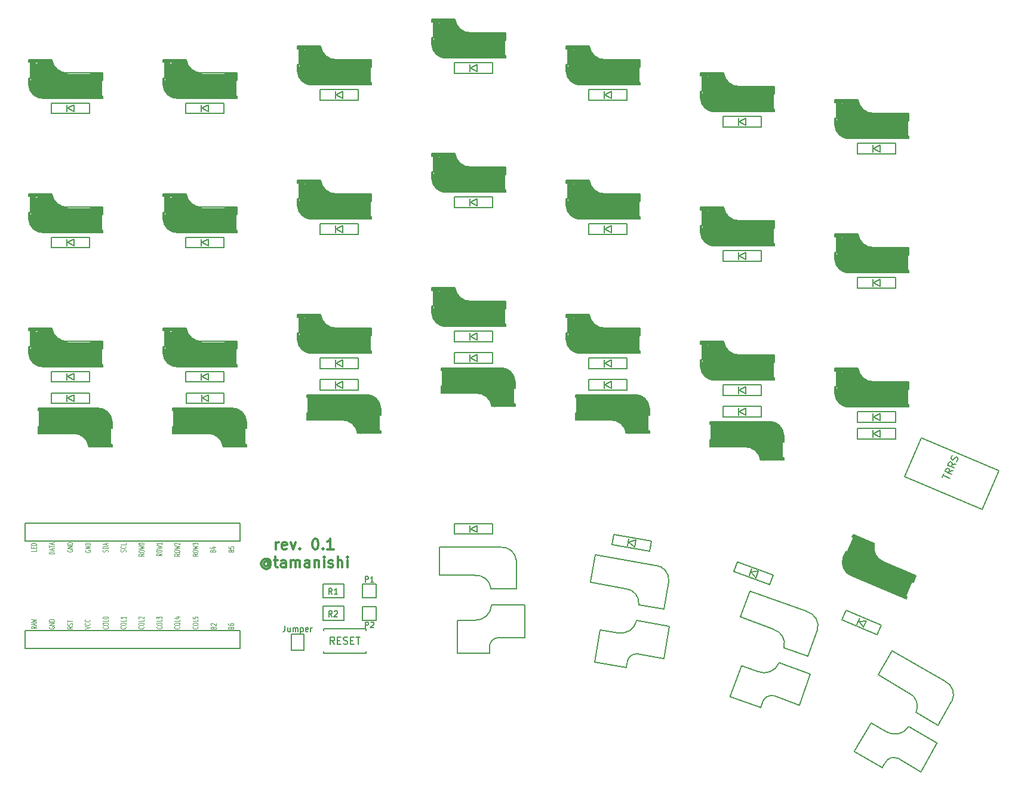
<source format=gbr>
G04 #@! TF.GenerationSoftware,KiCad,Pcbnew,(5.0.1-3-g963ef8bb5)*
G04 #@! TF.CreationDate,2018-11-25T10:31:51+09:00*
G04 #@! TF.ProjectId,Pinky,50696E6B792E6B696361645F70636200,rev?*
G04 #@! TF.SameCoordinates,Original*
G04 #@! TF.FileFunction,Legend,Top*
G04 #@! TF.FilePolarity,Positive*
%FSLAX46Y46*%
G04 Gerber Fmt 4.6, Leading zero omitted, Abs format (unit mm)*
G04 Created by KiCad (PCBNEW (5.0.1-3-g963ef8bb5)) date Sunday, 25 November 2018 at 10:31:51*
%MOMM*%
%LPD*%
G01*
G04 APERTURE LIST*
%ADD10C,0.300000*%
%ADD11C,0.800000*%
%ADD12C,3.000000*%
%ADD13C,0.500000*%
%ADD14C,1.000000*%
%ADD15C,3.500000*%
%ADD16C,0.150000*%
%ADD17C,0.400000*%
%ADD18C,0.125000*%
G04 APERTURE END LIST*
D10*
X79164285Y-120603571D02*
X79164285Y-119603571D01*
X79164285Y-119889285D02*
X79235714Y-119746428D01*
X79307142Y-119675000D01*
X79450000Y-119603571D01*
X79592857Y-119603571D01*
X80664285Y-120532142D02*
X80521428Y-120603571D01*
X80235714Y-120603571D01*
X80092857Y-120532142D01*
X80021428Y-120389285D01*
X80021428Y-119817857D01*
X80092857Y-119675000D01*
X80235714Y-119603571D01*
X80521428Y-119603571D01*
X80664285Y-119675000D01*
X80735714Y-119817857D01*
X80735714Y-119960714D01*
X80021428Y-120103571D01*
X81235714Y-119603571D02*
X81592857Y-120603571D01*
X81950000Y-119603571D01*
X82521428Y-120460714D02*
X82592857Y-120532142D01*
X82521428Y-120603571D01*
X82450000Y-120532142D01*
X82521428Y-120460714D01*
X82521428Y-120603571D01*
X84664285Y-119103571D02*
X84807142Y-119103571D01*
X84950000Y-119175000D01*
X85021428Y-119246428D01*
X85092857Y-119389285D01*
X85164285Y-119675000D01*
X85164285Y-120032142D01*
X85092857Y-120317857D01*
X85021428Y-120460714D01*
X84950000Y-120532142D01*
X84807142Y-120603571D01*
X84664285Y-120603571D01*
X84521428Y-120532142D01*
X84450000Y-120460714D01*
X84378571Y-120317857D01*
X84307142Y-120032142D01*
X84307142Y-119675000D01*
X84378571Y-119389285D01*
X84450000Y-119246428D01*
X84521428Y-119175000D01*
X84664285Y-119103571D01*
X85807142Y-120460714D02*
X85878571Y-120532142D01*
X85807142Y-120603571D01*
X85735714Y-120532142D01*
X85807142Y-120460714D01*
X85807142Y-120603571D01*
X87307142Y-120603571D02*
X86450000Y-120603571D01*
X86878571Y-120603571D02*
X86878571Y-119103571D01*
X86735714Y-119317857D01*
X86592857Y-119460714D01*
X86450000Y-119532142D01*
X78057142Y-122439285D02*
X77985714Y-122367857D01*
X77842857Y-122296428D01*
X77700000Y-122296428D01*
X77557142Y-122367857D01*
X77485714Y-122439285D01*
X77414285Y-122582142D01*
X77414285Y-122725000D01*
X77485714Y-122867857D01*
X77557142Y-122939285D01*
X77700000Y-123010714D01*
X77842857Y-123010714D01*
X77985714Y-122939285D01*
X78057142Y-122867857D01*
X78057142Y-122296428D02*
X78057142Y-122867857D01*
X78128571Y-122939285D01*
X78200000Y-122939285D01*
X78342857Y-122867857D01*
X78414285Y-122725000D01*
X78414285Y-122367857D01*
X78271428Y-122153571D01*
X78057142Y-122010714D01*
X77771428Y-121939285D01*
X77485714Y-122010714D01*
X77271428Y-122153571D01*
X77128571Y-122367857D01*
X77057142Y-122653571D01*
X77128571Y-122939285D01*
X77271428Y-123153571D01*
X77485714Y-123296428D01*
X77771428Y-123367857D01*
X78057142Y-123296428D01*
X78271428Y-123153571D01*
X78842857Y-122153571D02*
X79414285Y-122153571D01*
X79057142Y-121653571D02*
X79057142Y-122939285D01*
X79128571Y-123082142D01*
X79271428Y-123153571D01*
X79414285Y-123153571D01*
X80557142Y-123153571D02*
X80557142Y-122367857D01*
X80485714Y-122225000D01*
X80342857Y-122153571D01*
X80057142Y-122153571D01*
X79914285Y-122225000D01*
X80557142Y-123082142D02*
X80414285Y-123153571D01*
X80057142Y-123153571D01*
X79914285Y-123082142D01*
X79842857Y-122939285D01*
X79842857Y-122796428D01*
X79914285Y-122653571D01*
X80057142Y-122582142D01*
X80414285Y-122582142D01*
X80557142Y-122510714D01*
X81271428Y-123153571D02*
X81271428Y-122153571D01*
X81271428Y-122296428D02*
X81342857Y-122225000D01*
X81485714Y-122153571D01*
X81700000Y-122153571D01*
X81842857Y-122225000D01*
X81914285Y-122367857D01*
X81914285Y-123153571D01*
X81914285Y-122367857D02*
X81985714Y-122225000D01*
X82128571Y-122153571D01*
X82342857Y-122153571D01*
X82485714Y-122225000D01*
X82557142Y-122367857D01*
X82557142Y-123153571D01*
X83914285Y-123153571D02*
X83914285Y-122367857D01*
X83842857Y-122225000D01*
X83700000Y-122153571D01*
X83414285Y-122153571D01*
X83271428Y-122225000D01*
X83914285Y-123082142D02*
X83771428Y-123153571D01*
X83414285Y-123153571D01*
X83271428Y-123082142D01*
X83200000Y-122939285D01*
X83200000Y-122796428D01*
X83271428Y-122653571D01*
X83414285Y-122582142D01*
X83771428Y-122582142D01*
X83914285Y-122510714D01*
X84628571Y-122153571D02*
X84628571Y-123153571D01*
X84628571Y-122296428D02*
X84700000Y-122225000D01*
X84842857Y-122153571D01*
X85057142Y-122153571D01*
X85200000Y-122225000D01*
X85271428Y-122367857D01*
X85271428Y-123153571D01*
X85985714Y-123153571D02*
X85985714Y-122153571D01*
X85985714Y-121653571D02*
X85914285Y-121725000D01*
X85985714Y-121796428D01*
X86057142Y-121725000D01*
X85985714Y-121653571D01*
X85985714Y-121796428D01*
X86628571Y-123082142D02*
X86771428Y-123153571D01*
X87057142Y-123153571D01*
X87200000Y-123082142D01*
X87271428Y-122939285D01*
X87271428Y-122867857D01*
X87200000Y-122725000D01*
X87057142Y-122653571D01*
X86842857Y-122653571D01*
X86700000Y-122582142D01*
X86628571Y-122439285D01*
X86628571Y-122367857D01*
X86700000Y-122225000D01*
X86842857Y-122153571D01*
X87057142Y-122153571D01*
X87200000Y-122225000D01*
X87914285Y-123153571D02*
X87914285Y-121653571D01*
X88557142Y-123153571D02*
X88557142Y-122367857D01*
X88485714Y-122225000D01*
X88342857Y-122153571D01*
X88128571Y-122153571D01*
X87985714Y-122225000D01*
X87914285Y-122296428D01*
X89271428Y-123153571D02*
X89271428Y-122153571D01*
X89271428Y-121653571D02*
X89200000Y-121725000D01*
X89271428Y-121796428D01*
X89342857Y-121725000D01*
X89271428Y-121653571D01*
X89271428Y-121796428D01*
G04 #@! TO.C,SW20*
X120400001Y-70945000D02*
X120400000Y-71844999D01*
D11*
X120900000Y-68745000D02*
X120900000Y-70545000D01*
D12*
X122030000Y-72245000D02*
X122030000Y-70005000D01*
D13*
X130500000Y-70445000D02*
X129100000Y-70445000D01*
D14*
X130100000Y-73145000D02*
X130100000Y-70645000D01*
D15*
X128800000Y-71945000D02*
X122100000Y-71945000D01*
D16*
X130800000Y-70145000D02*
X130800000Y-71145000D01*
X130800000Y-71145000D02*
X130600000Y-71145000D01*
X130580000Y-71145000D02*
X130580000Y-73395000D01*
X130600000Y-73395000D02*
X130800000Y-73395000D01*
X120300000Y-70845000D02*
X120500000Y-70845000D01*
X120530000Y-70845000D02*
X120530000Y-68605000D01*
X120500000Y-68605000D02*
X120300000Y-68605000D01*
X120300000Y-68245000D02*
X120300000Y-68605000D01*
X120300000Y-71845000D02*
X120300000Y-70845000D01*
X120300000Y-68245000D02*
X123580000Y-68245000D01*
X125800000Y-70145000D02*
X130800000Y-70145000D01*
X130800000Y-73745000D02*
X122400000Y-73745001D01*
X123583682Y-68266471D02*
G75*
G03X125800000Y-70145000I2151318J291471D01*
G01*
X120299999Y-71845000D02*
G75*
G03X122400000Y-73745001I2000001J100000D01*
G01*
X130800000Y-73395000D02*
X130800000Y-73745000D01*
D14*
X123183682Y-68666471D02*
G75*
G03X125400000Y-70545000I2151318J291471D01*
G01*
D13*
X120500000Y-68445000D02*
X123200000Y-68445000D01*
D17*
X130600000Y-73545000D02*
X129200000Y-73545000D01*
X130600000Y-71045000D02*
X130600000Y-70345000D01*
G04 #@! TO.C,SW16*
X111550000Y-86285000D02*
X111550000Y-85585000D01*
X111550000Y-88785000D02*
X110150000Y-88785000D01*
D13*
X101450000Y-83685000D02*
X104150000Y-83685000D01*
D14*
X104133682Y-83906471D02*
G75*
G03X106350000Y-85785000I2151318J291471D01*
G01*
D16*
X111750000Y-88635000D02*
X111750000Y-88985000D01*
X101249999Y-87085000D02*
G75*
G03X103350000Y-88985001I2000001J100000D01*
G01*
X104533682Y-83506471D02*
G75*
G03X106750000Y-85385000I2151318J291471D01*
G01*
X111750000Y-88985000D02*
X103350000Y-88985001D01*
X106750000Y-85385000D02*
X111750000Y-85385000D01*
X101250000Y-83485000D02*
X104530000Y-83485000D01*
X101250000Y-87085000D02*
X101250000Y-86085000D01*
X101250000Y-83485000D02*
X101250000Y-83845000D01*
X101450000Y-83845000D02*
X101250000Y-83845000D01*
X101480000Y-86085000D02*
X101480000Y-83845000D01*
X101250000Y-86085000D02*
X101450000Y-86085000D01*
X111550000Y-88635000D02*
X111750000Y-88635000D01*
X111530000Y-86385000D02*
X111530000Y-88635000D01*
X111750000Y-86385000D02*
X111550000Y-86385000D01*
X111750000Y-85385000D02*
X111750000Y-86385000D01*
D15*
X109750000Y-87185000D02*
X103050000Y-87185000D01*
D14*
X111050000Y-88385000D02*
X111050000Y-85885000D01*
D13*
X111450000Y-85685000D02*
X110050000Y-85685000D01*
D12*
X102980000Y-87485000D02*
X102980000Y-85245000D01*
D11*
X101850000Y-83985000D02*
X101850000Y-85785000D01*
D10*
X101350001Y-86185000D02*
X101350000Y-87084999D01*
D17*
G04 #@! TO.C,SW15*
X111550000Y-67235000D02*
X111550000Y-66535000D01*
X111550000Y-69735000D02*
X110150000Y-69735000D01*
D13*
X101450000Y-64635000D02*
X104150000Y-64635000D01*
D14*
X104133682Y-64856471D02*
G75*
G03X106350000Y-66735000I2151318J291471D01*
G01*
D16*
X111750000Y-69585000D02*
X111750000Y-69935000D01*
X101249999Y-68035000D02*
G75*
G03X103350000Y-69935001I2000001J100000D01*
G01*
X104533682Y-64456471D02*
G75*
G03X106750000Y-66335000I2151318J291471D01*
G01*
X111750000Y-69935000D02*
X103350000Y-69935001D01*
X106750000Y-66335000D02*
X111750000Y-66335000D01*
X101250000Y-64435000D02*
X104530000Y-64435000D01*
X101250000Y-68035000D02*
X101250000Y-67035000D01*
X101250000Y-64435000D02*
X101250000Y-64795000D01*
X101450000Y-64795000D02*
X101250000Y-64795000D01*
X101480000Y-67035000D02*
X101480000Y-64795000D01*
X101250000Y-67035000D02*
X101450000Y-67035000D01*
X111550000Y-69585000D02*
X111750000Y-69585000D01*
X111530000Y-67335000D02*
X111530000Y-69585000D01*
X111750000Y-67335000D02*
X111550000Y-67335000D01*
X111750000Y-66335000D02*
X111750000Y-67335000D01*
D15*
X109750000Y-68135000D02*
X103050000Y-68135000D01*
D14*
X111050000Y-69335000D02*
X111050000Y-66835000D01*
D13*
X111450000Y-66635000D02*
X110050000Y-66635000D01*
D12*
X102980000Y-68435000D02*
X102980000Y-66195000D01*
D11*
X101850000Y-64935000D02*
X101850000Y-66735000D01*
D10*
X101350001Y-67135000D02*
X101350000Y-68034999D01*
D17*
G04 #@! TO.C,SW10*
X92500000Y-51995000D02*
X92500000Y-51295000D01*
X92500000Y-54495000D02*
X91100000Y-54495000D01*
D13*
X82400000Y-49395000D02*
X85100000Y-49395000D01*
D14*
X85083682Y-49616471D02*
G75*
G03X87300000Y-51495000I2151318J291471D01*
G01*
D16*
X92700000Y-54345000D02*
X92700000Y-54695000D01*
X82199999Y-52795000D02*
G75*
G03X84300000Y-54695001I2000001J100000D01*
G01*
X85483682Y-49216471D02*
G75*
G03X87700000Y-51095000I2151318J291471D01*
G01*
X92700000Y-54695000D02*
X84300000Y-54695001D01*
X87700000Y-51095000D02*
X92700000Y-51095000D01*
X82200000Y-49195000D02*
X85480000Y-49195000D01*
X82200000Y-52795000D02*
X82200000Y-51795000D01*
X82200000Y-49195000D02*
X82200000Y-49555000D01*
X82400000Y-49555000D02*
X82200000Y-49555000D01*
X82430000Y-51795000D02*
X82430000Y-49555000D01*
X82200000Y-51795000D02*
X82400000Y-51795000D01*
X92500000Y-54345000D02*
X92700000Y-54345000D01*
X92480000Y-52095000D02*
X92480000Y-54345000D01*
X92700000Y-52095000D02*
X92500000Y-52095000D01*
X92700000Y-51095000D02*
X92700000Y-52095000D01*
D15*
X90700000Y-52895000D02*
X84000000Y-52895000D01*
D14*
X92000000Y-54095000D02*
X92000000Y-51595000D01*
D13*
X92400000Y-51395000D02*
X91000000Y-51395000D01*
D12*
X83930000Y-53195000D02*
X83930000Y-50955000D01*
D11*
X82800000Y-49695000D02*
X82800000Y-51495000D01*
D10*
X82300001Y-51895000D02*
X82300000Y-52794999D01*
G04 #@! TO.C,SW11*
X82300001Y-70945000D02*
X82300000Y-71844999D01*
D11*
X82800000Y-68745000D02*
X82800000Y-70545000D01*
D12*
X83930000Y-72245000D02*
X83930000Y-70005000D01*
D13*
X92400000Y-70445000D02*
X91000000Y-70445000D01*
D14*
X92000000Y-73145000D02*
X92000000Y-70645000D01*
D15*
X90700000Y-71945000D02*
X84000000Y-71945000D01*
D16*
X92700000Y-70145000D02*
X92700000Y-71145000D01*
X92700000Y-71145000D02*
X92500000Y-71145000D01*
X92480000Y-71145000D02*
X92480000Y-73395000D01*
X92500000Y-73395000D02*
X92700000Y-73395000D01*
X82200000Y-70845000D02*
X82400000Y-70845000D01*
X82430000Y-70845000D02*
X82430000Y-68605000D01*
X82400000Y-68605000D02*
X82200000Y-68605000D01*
X82200000Y-68245000D02*
X82200000Y-68605000D01*
X82200000Y-71845000D02*
X82200000Y-70845000D01*
X82200000Y-68245000D02*
X85480000Y-68245000D01*
X87700000Y-70145000D02*
X92700000Y-70145000D01*
X92700000Y-73745000D02*
X84300000Y-73745001D01*
X85483682Y-68266471D02*
G75*
G03X87700000Y-70145000I2151318J291471D01*
G01*
X82199999Y-71845000D02*
G75*
G03X84300000Y-73745001I2000001J100000D01*
G01*
X92700000Y-73395000D02*
X92700000Y-73745000D01*
D14*
X85083682Y-68666471D02*
G75*
G03X87300000Y-70545000I2151318J291471D01*
G01*
D13*
X82400000Y-68445000D02*
X85100000Y-68445000D01*
D17*
X92500000Y-73545000D02*
X91100000Y-73545000D01*
X92500000Y-71045000D02*
X92500000Y-70345000D01*
D16*
G04 #@! TO.C,D12*
X90800000Y-97995000D02*
X90800000Y-96495000D01*
X85400000Y-97995000D02*
X90800000Y-97995000D01*
X85400000Y-96495000D02*
X85400000Y-97995000D01*
X90800000Y-96495000D02*
X85400000Y-96495000D01*
X87600000Y-96745000D02*
X87600000Y-97745000D01*
X88600000Y-97745000D02*
X87700000Y-97245000D01*
X88600000Y-96745000D02*
X88600000Y-97745000D01*
X87700000Y-97245000D02*
X88600000Y-96745000D01*
D10*
G04 #@! TO.C,SW3*
X44200001Y-72850000D02*
X44200000Y-73749999D01*
D11*
X44700000Y-70650000D02*
X44700000Y-72450000D01*
D12*
X45830000Y-74150000D02*
X45830000Y-71910000D01*
D13*
X54300000Y-72350000D02*
X52900000Y-72350000D01*
D14*
X53900000Y-75050000D02*
X53900000Y-72550000D01*
D15*
X52600000Y-73850000D02*
X45900000Y-73850000D01*
D16*
X54600000Y-72050000D02*
X54600000Y-73050000D01*
X54600000Y-73050000D02*
X54400000Y-73050000D01*
X54380000Y-73050000D02*
X54380000Y-75300000D01*
X54400000Y-75300000D02*
X54600000Y-75300000D01*
X44100000Y-72750000D02*
X44300000Y-72750000D01*
X44330000Y-72750000D02*
X44330000Y-70510000D01*
X44300000Y-70510000D02*
X44100000Y-70510000D01*
X44100000Y-70150000D02*
X44100000Y-70510000D01*
X44100000Y-73750000D02*
X44100000Y-72750000D01*
X44100000Y-70150000D02*
X47380000Y-70150000D01*
X49600000Y-72050000D02*
X54600000Y-72050000D01*
X54600000Y-75650000D02*
X46200000Y-75650001D01*
X47383682Y-70171471D02*
G75*
G03X49600000Y-72050000I2151318J291471D01*
G01*
X44099999Y-73750000D02*
G75*
G03X46200000Y-75650001I2000001J100000D01*
G01*
X54600000Y-75300000D02*
X54600000Y-75650000D01*
D14*
X46983682Y-70571471D02*
G75*
G03X49200000Y-72450000I2151318J291471D01*
G01*
D13*
X44300000Y-70350000D02*
X47000000Y-70350000D01*
D17*
X54400000Y-75450000D02*
X53000000Y-75450000D01*
X54400000Y-72950000D02*
X54400000Y-72250000D01*
D10*
G04 #@! TO.C,SW2*
X44200001Y-53800000D02*
X44200000Y-54699999D01*
D11*
X44700000Y-51600000D02*
X44700000Y-53400000D01*
D12*
X45830000Y-55100000D02*
X45830000Y-52860000D01*
D13*
X54300000Y-53300000D02*
X52900000Y-53300000D01*
D14*
X53900000Y-56000000D02*
X53900000Y-53500000D01*
D15*
X52600000Y-54800000D02*
X45900000Y-54800000D01*
D16*
X54600000Y-53000000D02*
X54600000Y-54000000D01*
X54600000Y-54000000D02*
X54400000Y-54000000D01*
X54380000Y-54000000D02*
X54380000Y-56250000D01*
X54400000Y-56250000D02*
X54600000Y-56250000D01*
X44100000Y-53700000D02*
X44300000Y-53700000D01*
X44330000Y-53700000D02*
X44330000Y-51460000D01*
X44300000Y-51460000D02*
X44100000Y-51460000D01*
X44100000Y-51100000D02*
X44100000Y-51460000D01*
X44100000Y-54700000D02*
X44100000Y-53700000D01*
X44100000Y-51100000D02*
X47380000Y-51100000D01*
X49600000Y-53000000D02*
X54600000Y-53000000D01*
X54600000Y-56600000D02*
X46200000Y-56600001D01*
X47383682Y-51121471D02*
G75*
G03X49600000Y-53000000I2151318J291471D01*
G01*
X44099999Y-54700000D02*
G75*
G03X46200000Y-56600001I2000001J100000D01*
G01*
X54600000Y-56250000D02*
X54600000Y-56600000D01*
D14*
X46983682Y-51521471D02*
G75*
G03X49200000Y-53400000I2151318J291471D01*
G01*
D13*
X44300000Y-51300000D02*
X47000000Y-51300000D01*
D17*
X54400000Y-56400000D02*
X53000000Y-56400000D01*
X54400000Y-53900000D02*
X54400000Y-53200000D01*
D16*
G04 #@! TO.C,SW33*
X173030755Y-145574041D02*
X169904403Y-143769041D01*
X175007755Y-142149777D02*
X173035255Y-145566247D01*
X166545078Y-135007563D02*
X174014547Y-139320063D01*
X164591078Y-138391990D02*
X166545078Y-135007563D01*
X164568078Y-138431828D02*
X168918506Y-140996665D01*
X175033229Y-142083655D02*
G75*
G03X174014547Y-139320063I-1891137J872455D01*
G01*
X169912073Y-143745756D02*
G75*
G03X168894856Y-140987629I-1887672J870455D01*
G01*
X161217292Y-149285559D02*
X165157708Y-151560559D01*
X163542292Y-145258541D02*
X165750657Y-146533541D01*
X168842515Y-145778285D02*
X172912835Y-148128285D01*
X167318589Y-150267803D02*
X170587835Y-152155303D01*
X163508142Y-145267691D02*
X161208142Y-149251408D01*
X172900335Y-148149936D02*
X170621985Y-152146152D01*
X168825686Y-145797436D02*
G75*
G02X165688205Y-146491711I-1915878J1221603D01*
G01*
X165549537Y-150891889D02*
G75*
G02X167316089Y-150272133I1193154J-573398D01*
G01*
X165524538Y-150935191D02*
X165174538Y-151541408D01*
D17*
G04 #@! TO.C,SW32*
X169376370Y-125079186D02*
X169649882Y-124434832D01*
X168399542Y-127380448D02*
X167110835Y-126833424D01*
D13*
X161095172Y-118739489D02*
X163580535Y-119794463D01*
D14*
X163478979Y-119991952D02*
G75*
G03X164785110Y-122587132I2094185J-572287D01*
G01*
D16*
X168642253Y-127320519D02*
X168505497Y-127642695D01*
X159582584Y-121791059D02*
G75*
G03X160773256Y-124360555I1880084J-689412D01*
G01*
X164003473Y-119780043D02*
G75*
G03X165309605Y-122375222I2094185J-572286D01*
G01*
X168505497Y-127642695D02*
X160773256Y-124360555D01*
X165309605Y-122375222D02*
X169912129Y-124328878D01*
X160989217Y-118477242D02*
X164008473Y-119758840D01*
X159582585Y-121791059D02*
X159973316Y-120870554D01*
X160989217Y-118477242D02*
X160848554Y-118808623D01*
X161032655Y-118886770D02*
X160848554Y-118808623D01*
X160185032Y-120960422D02*
X161060270Y-118898492D01*
X159973316Y-120870554D02*
X160157417Y-120948701D01*
X168458152Y-127242372D02*
X168642253Y-127320519D01*
X169318887Y-125163422D02*
X168439742Y-127234558D01*
X169521398Y-125249383D02*
X169337297Y-125171236D01*
X169912129Y-124328878D02*
X169521398Y-125249383D01*
D15*
X167367803Y-125204324D02*
X161200421Y-122586426D01*
D14*
X168095582Y-126816881D02*
X169072410Y-124515618D01*
D13*
X169518758Y-124487810D02*
X168230051Y-123940786D01*
D12*
X161018766Y-122835226D02*
X161894004Y-120773295D01*
D11*
X161346154Y-119171933D02*
X160642838Y-120828842D01*
D10*
X160026294Y-121001678D02*
X159674636Y-121830131D01*
D16*
G04 #@! TO.C,U1*
X43552000Y-134633600D02*
X43552000Y-132093600D01*
X43552000Y-132093600D02*
X74032000Y-132093600D01*
X74032000Y-132093600D02*
X74032000Y-134633600D01*
X74032000Y-134633600D02*
X43552000Y-134633600D01*
X43552000Y-119413600D02*
X43552000Y-116873600D01*
X43552000Y-116873600D02*
X74032000Y-116873600D01*
X74032000Y-116873600D02*
X74032000Y-119413600D01*
X74032000Y-119413600D02*
X43552000Y-119413600D01*
G04 #@! TO.C,D27*
X146524123Y-123863192D02*
X147540856Y-123701164D01*
X147540856Y-123701164D02*
X147198836Y-124640856D01*
X147198836Y-124640856D02*
X146524123Y-123863192D01*
X146601164Y-123359144D02*
X146259144Y-124298836D01*
X149693685Y-124218685D02*
X144619345Y-122371776D01*
X144619345Y-122371776D02*
X144106315Y-123781315D01*
X144106315Y-123781315D02*
X149180655Y-125628224D01*
X149180655Y-125628224D02*
X149693685Y-124218685D01*
G04 #@! TO.C,SW28*
X148117348Y-142367501D02*
X147877934Y-143025285D01*
X148134449Y-142320515D02*
G75*
G02X149766543Y-141403417I1274596J-357498D01*
G01*
X150476183Y-136734561D02*
G75*
G02X147506927Y-137963107I-2098901J870355D01*
G01*
X154897436Y-138343766D02*
X153347635Y-142674903D01*
X145147434Y-137136247D02*
X143574142Y-141458833D01*
X149768253Y-141398719D02*
X153315592Y-142689845D01*
X150489431Y-136712779D02*
X154905986Y-138320274D01*
X145179477Y-137121305D02*
X147575693Y-137993457D01*
X143589084Y-141490876D02*
X147864685Y-143047068D01*
X151189795Y-134525403D02*
G75*
G03X149709087Y-131985815I-2010148J529440D01*
G01*
X155944528Y-131999273D02*
G75*
G03X154461429Y-129454558I-2013907J530808D01*
G01*
X145004233Y-130220179D02*
X149733948Y-131990607D01*
X145019966Y-130176953D02*
X146356580Y-126504635D01*
X146356580Y-126504635D02*
X154461429Y-129454558D01*
X155930923Y-132068814D02*
X154581653Y-135775901D01*
X154578575Y-135784358D02*
X151186285Y-134549666D01*
D17*
G04 #@! TO.C,SW25*
X149650000Y-74855000D02*
X149650000Y-74155000D01*
X149650000Y-77355000D02*
X148250000Y-77355000D01*
D13*
X139550000Y-72255000D02*
X142250000Y-72255000D01*
D14*
X142233682Y-72476471D02*
G75*
G03X144450000Y-74355000I2151318J291471D01*
G01*
D16*
X149850000Y-77205000D02*
X149850000Y-77555000D01*
X139349999Y-75655000D02*
G75*
G03X141450000Y-77555001I2000001J100000D01*
G01*
X142633682Y-72076471D02*
G75*
G03X144850000Y-73955000I2151318J291471D01*
G01*
X149850000Y-77555000D02*
X141450000Y-77555001D01*
X144850000Y-73955000D02*
X149850000Y-73955000D01*
X139350000Y-72055000D02*
X142630000Y-72055000D01*
X139350000Y-75655000D02*
X139350000Y-74655000D01*
X139350000Y-72055000D02*
X139350000Y-72415000D01*
X139550000Y-72415000D02*
X139350000Y-72415000D01*
X139580000Y-74655000D02*
X139580000Y-72415000D01*
X139350000Y-74655000D02*
X139550000Y-74655000D01*
X149650000Y-77205000D02*
X149850000Y-77205000D01*
X149630000Y-74955000D02*
X149630000Y-77205000D01*
X149850000Y-74955000D02*
X149650000Y-74955000D01*
X149850000Y-73955000D02*
X149850000Y-74955000D01*
D15*
X147850000Y-75755000D02*
X141150000Y-75755000D01*
D14*
X149150000Y-76955000D02*
X149150000Y-74455000D01*
D13*
X149550000Y-74255000D02*
X148150000Y-74255000D01*
D12*
X141080000Y-76055000D02*
X141080000Y-73815000D01*
D11*
X139950000Y-72555000D02*
X139950000Y-74355000D01*
D10*
X139450001Y-74755000D02*
X139450000Y-75654999D01*
D16*
G04 #@! TO.C,SW23*
X134162916Y-129076866D02*
X130607760Y-128449996D01*
X134849521Y-125182936D02*
X134164479Y-129068003D01*
X124454425Y-121365857D02*
X132948392Y-122863572D01*
X123775808Y-125214485D02*
X124454425Y-121365857D01*
X123767820Y-125259787D02*
X128733111Y-126182011D01*
X134850844Y-125112090D02*
G75*
G03X132948392Y-122863572I-2075485J173033D01*
G01*
X130607003Y-128425493D02*
G75*
G03X128707797Y-126181609I-2071545J172339D01*
G01*
X124331306Y-136604994D02*
X128812181Y-137395093D01*
X125138770Y-132025638D02*
X127650030Y-132468441D01*
X130297114Y-130701255D02*
X134925710Y-131517401D01*
X130400597Y-135441235D02*
X134118246Y-136096757D01*
X125109809Y-132045917D02*
X124311027Y-136576033D01*
X134921369Y-131542021D02*
X134147208Y-136076478D01*
X130287848Y-130725007D02*
G75*
G02X127577038Y-132450493I-2218148J492662D01*
G01*
X128951683Y-136632735D02*
G75*
G02X130399729Y-135446159I1317311J-130735D01*
G01*
X128943000Y-136681976D02*
X128821447Y-137371341D01*
D17*
G04 #@! TO.C,SW14*
X111550000Y-48185000D02*
X111550000Y-47485000D01*
X111550000Y-50685000D02*
X110150000Y-50685000D01*
D13*
X101450000Y-45585000D02*
X104150000Y-45585000D01*
D14*
X104133682Y-45806471D02*
G75*
G03X106350000Y-47685000I2151318J291471D01*
G01*
D16*
X111750000Y-50535000D02*
X111750000Y-50885000D01*
X101249999Y-48985000D02*
G75*
G03X103350000Y-50885001I2000001J100000D01*
G01*
X104533682Y-45406471D02*
G75*
G03X106750000Y-47285000I2151318J291471D01*
G01*
X111750000Y-50885000D02*
X103350000Y-50885001D01*
X106750000Y-47285000D02*
X111750000Y-47285000D01*
X101250000Y-45385000D02*
X104530000Y-45385000D01*
X101250000Y-48985000D02*
X101250000Y-47985000D01*
X101250000Y-45385000D02*
X101250000Y-45745000D01*
X101450000Y-45745000D02*
X101250000Y-45745000D01*
X101480000Y-47985000D02*
X101480000Y-45745000D01*
X101250000Y-47985000D02*
X101450000Y-47985000D01*
X111550000Y-50535000D02*
X111750000Y-50535000D01*
X111530000Y-48285000D02*
X111530000Y-50535000D01*
X111750000Y-48285000D02*
X111550000Y-48285000D01*
X111750000Y-47285000D02*
X111750000Y-48285000D01*
D15*
X109750000Y-49085000D02*
X103050000Y-49085000D01*
D14*
X111050000Y-50285000D02*
X111050000Y-47785000D01*
D13*
X111450000Y-47585000D02*
X110050000Y-47585000D01*
D12*
X102980000Y-49385000D02*
X102980000Y-47145000D01*
D11*
X101850000Y-45885000D02*
X101850000Y-47685000D01*
D10*
X101350001Y-48085000D02*
X101350000Y-48984999D01*
D16*
G04 #@! TO.C,D14*
X109850000Y-72085000D02*
X109850000Y-70585000D01*
X104450000Y-72085000D02*
X109850000Y-72085000D01*
X104450000Y-70585000D02*
X104450000Y-72085000D01*
X109850000Y-70585000D02*
X104450000Y-70585000D01*
X106650000Y-70835000D02*
X106650000Y-71835000D01*
X107650000Y-71835000D02*
X106750000Y-71335000D01*
X107650000Y-70835000D02*
X107650000Y-71835000D01*
X106750000Y-71335000D02*
X107650000Y-70835000D01*
G04 #@! TO.C,D9*
X90800000Y-56845000D02*
X90800000Y-55345000D01*
X85400000Y-56845000D02*
X90800000Y-56845000D01*
X85400000Y-55345000D02*
X85400000Y-56845000D01*
X90800000Y-55345000D02*
X85400000Y-55345000D01*
X87600000Y-55595000D02*
X87600000Y-56595000D01*
X88600000Y-56595000D02*
X87700000Y-56095000D01*
X88600000Y-55595000D02*
X88600000Y-56595000D01*
X87700000Y-56095000D02*
X88600000Y-55595000D01*
D10*
G04 #@! TO.C,SW5*
X55799999Y-103350000D02*
X55800000Y-102450001D01*
D11*
X55300000Y-105550000D02*
X55300000Y-103750000D01*
D12*
X54170000Y-102050000D02*
X54170000Y-104290000D01*
D13*
X45700000Y-103850000D02*
X47100000Y-103850000D01*
D14*
X46100000Y-101150000D02*
X46100000Y-103650000D01*
D15*
X47400000Y-102350000D02*
X54100000Y-102350000D01*
D16*
X45400000Y-104150000D02*
X45400000Y-103150000D01*
X45400000Y-103150000D02*
X45600000Y-103150000D01*
X45620000Y-103150000D02*
X45620000Y-100900000D01*
X45600000Y-100900000D02*
X45400000Y-100900000D01*
X55900000Y-103450000D02*
X55700000Y-103450000D01*
X55670000Y-103450000D02*
X55670000Y-105690000D01*
X55700000Y-105690000D02*
X55900000Y-105690000D01*
X55900000Y-106050000D02*
X55900000Y-105690000D01*
X55900000Y-102450000D02*
X55900000Y-103450000D01*
X55900000Y-106050000D02*
X52620000Y-106050000D01*
X50400000Y-104150000D02*
X45400000Y-104150000D01*
X45400000Y-100550000D02*
X53800000Y-100549999D01*
X52616318Y-106028529D02*
G75*
G03X50400000Y-104150000I-2151318J-291471D01*
G01*
X55900001Y-102450000D02*
G75*
G03X53800000Y-100549999I-2000001J-100000D01*
G01*
X45400000Y-100900000D02*
X45400000Y-100550000D01*
D14*
X53016318Y-105628529D02*
G75*
G03X50800000Y-103750000I-2151318J-291471D01*
G01*
D13*
X55700000Y-105850000D02*
X53000000Y-105850000D01*
D17*
X45600000Y-100750000D02*
X47000000Y-100750000D01*
X45600000Y-103250000D02*
X45600000Y-103950000D01*
D16*
G04 #@! TO.C,D6*
X68650000Y-77050000D02*
X69550000Y-76550000D01*
X69550000Y-76550000D02*
X69550000Y-77550000D01*
X69550000Y-77550000D02*
X68650000Y-77050000D01*
X68550000Y-76550000D02*
X68550000Y-77550000D01*
X71750000Y-76300000D02*
X66350000Y-76300000D01*
X66350000Y-76300000D02*
X66350000Y-77800000D01*
X66350000Y-77800000D02*
X71750000Y-77800000D01*
X71750000Y-77800000D02*
X71750000Y-76300000D01*
D10*
G04 #@! TO.C,SW13*
X93899999Y-101445000D02*
X93900000Y-100545001D01*
D11*
X93400000Y-103645000D02*
X93400000Y-101845000D01*
D12*
X92270000Y-100145000D02*
X92270000Y-102385000D01*
D13*
X83800000Y-101945000D02*
X85200000Y-101945000D01*
D14*
X84200000Y-99245000D02*
X84200000Y-101745000D01*
D15*
X85500000Y-100445000D02*
X92200000Y-100445000D01*
D16*
X83500000Y-102245000D02*
X83500000Y-101245000D01*
X83500000Y-101245000D02*
X83700000Y-101245000D01*
X83720000Y-101245000D02*
X83720000Y-98995000D01*
X83700000Y-98995000D02*
X83500000Y-98995000D01*
X94000000Y-101545000D02*
X93800000Y-101545000D01*
X93770000Y-101545000D02*
X93770000Y-103785000D01*
X93800000Y-103785000D02*
X94000000Y-103785000D01*
X94000000Y-104145000D02*
X94000000Y-103785000D01*
X94000000Y-100545000D02*
X94000000Y-101545000D01*
X94000000Y-104145000D02*
X90720000Y-104145000D01*
X88500000Y-102245000D02*
X83500000Y-102245000D01*
X83500000Y-98645000D02*
X91900000Y-98644999D01*
X90716318Y-104123529D02*
G75*
G03X88500000Y-102245000I-2151318J-291471D01*
G01*
X94000001Y-100545000D02*
G75*
G03X91900000Y-98644999I-2000001J-100000D01*
G01*
X83500000Y-98995000D02*
X83500000Y-98645000D01*
D14*
X91116318Y-103723529D02*
G75*
G03X88900000Y-101845000I-2151318J-291471D01*
G01*
D13*
X93800000Y-103945000D02*
X91100000Y-103945000D01*
D17*
X83700000Y-98845000D02*
X85100000Y-98845000D01*
X83700000Y-101345000D02*
X83700000Y-102045000D01*
D16*
G04 #@! TO.C,D7*
X71750000Y-96850000D02*
X71750000Y-95350000D01*
X66350000Y-96850000D02*
X71750000Y-96850000D01*
X66350000Y-95350000D02*
X66350000Y-96850000D01*
X71750000Y-95350000D02*
X66350000Y-95350000D01*
X68550000Y-95600000D02*
X68550000Y-96600000D01*
X69550000Y-96600000D02*
X68650000Y-96100000D01*
X69550000Y-95600000D02*
X69550000Y-96600000D01*
X68650000Y-96100000D02*
X69550000Y-95600000D01*
G04 #@! TO.C,D2*
X49600000Y-77050000D02*
X50500000Y-76550000D01*
X50500000Y-76550000D02*
X50500000Y-77550000D01*
X50500000Y-77550000D02*
X49600000Y-77050000D01*
X49500000Y-76550000D02*
X49500000Y-77550000D01*
X52700000Y-76300000D02*
X47300000Y-76300000D01*
X47300000Y-76300000D02*
X47300000Y-77800000D01*
X47300000Y-77800000D02*
X52700000Y-77800000D01*
X52700000Y-77800000D02*
X52700000Y-76300000D01*
G04 #@! TO.C,D3*
X52700000Y-96850000D02*
X52700000Y-95350000D01*
X47300000Y-96850000D02*
X52700000Y-96850000D01*
X47300000Y-95350000D02*
X47300000Y-96850000D01*
X52700000Y-95350000D02*
X47300000Y-95350000D01*
X49500000Y-95600000D02*
X49500000Y-96600000D01*
X50500000Y-96600000D02*
X49600000Y-96100000D01*
X50500000Y-95600000D02*
X50500000Y-96600000D01*
X49600000Y-96100000D02*
X50500000Y-95600000D01*
G04 #@! TO.C,D4*
X49600000Y-99150000D02*
X50500000Y-98650000D01*
X50500000Y-98650000D02*
X50500000Y-99650000D01*
X50500000Y-99650000D02*
X49600000Y-99150000D01*
X49500000Y-98650000D02*
X49500000Y-99650000D01*
X52700000Y-98400000D02*
X47300000Y-98400000D01*
X47300000Y-98400000D02*
X47300000Y-99900000D01*
X47300000Y-99900000D02*
X52700000Y-99900000D01*
X52700000Y-99900000D02*
X52700000Y-98400000D01*
G04 #@! TO.C,D5*
X71750000Y-58750000D02*
X71750000Y-57250000D01*
X66350000Y-58750000D02*
X71750000Y-58750000D01*
X66350000Y-57250000D02*
X66350000Y-58750000D01*
X71750000Y-57250000D02*
X66350000Y-57250000D01*
X68550000Y-57500000D02*
X68550000Y-58500000D01*
X69550000Y-58500000D02*
X68650000Y-58000000D01*
X69550000Y-57500000D02*
X69550000Y-58500000D01*
X68650000Y-58000000D02*
X69550000Y-57500000D01*
G04 #@! TO.C,D8*
X68700000Y-99150000D02*
X69600000Y-98650000D01*
X69600000Y-98650000D02*
X69600000Y-99650000D01*
X69600000Y-99650000D02*
X68700000Y-99150000D01*
X68600000Y-98650000D02*
X68600000Y-99650000D01*
X71800000Y-98400000D02*
X66400000Y-98400000D01*
X66400000Y-98400000D02*
X66400000Y-99900000D01*
X66400000Y-99900000D02*
X71800000Y-99900000D01*
X71800000Y-99900000D02*
X71800000Y-98400000D01*
G04 #@! TO.C,D10*
X87700000Y-75145000D02*
X88600000Y-74645000D01*
X88600000Y-74645000D02*
X88600000Y-75645000D01*
X88600000Y-75645000D02*
X87700000Y-75145000D01*
X87600000Y-74645000D02*
X87600000Y-75645000D01*
X90800000Y-74395000D02*
X85400000Y-74395000D01*
X85400000Y-74395000D02*
X85400000Y-75895000D01*
X85400000Y-75895000D02*
X90800000Y-75895000D01*
X90800000Y-75895000D02*
X90800000Y-74395000D01*
G04 #@! TO.C,D11*
X90800000Y-94945000D02*
X90800000Y-93445000D01*
X85400000Y-94945000D02*
X90800000Y-94945000D01*
X85400000Y-93445000D02*
X85400000Y-94945000D01*
X90800000Y-93445000D02*
X85400000Y-93445000D01*
X87600000Y-93695000D02*
X87600000Y-94695000D01*
X88600000Y-94695000D02*
X87700000Y-94195000D01*
X88600000Y-93695000D02*
X88600000Y-94695000D01*
X87700000Y-94195000D02*
X88600000Y-93695000D01*
G04 #@! TO.C,D13*
X106750000Y-52285000D02*
X107650000Y-51785000D01*
X107650000Y-51785000D02*
X107650000Y-52785000D01*
X107650000Y-52785000D02*
X106750000Y-52285000D01*
X106650000Y-51785000D02*
X106650000Y-52785000D01*
X109850000Y-51535000D02*
X104450000Y-51535000D01*
X104450000Y-51535000D02*
X104450000Y-53035000D01*
X104450000Y-53035000D02*
X109850000Y-53035000D01*
X109850000Y-53035000D02*
X109850000Y-51535000D01*
G04 #@! TO.C,D15*
X106750000Y-90385000D02*
X107650000Y-89885000D01*
X107650000Y-89885000D02*
X107650000Y-90885000D01*
X107650000Y-90885000D02*
X106750000Y-90385000D01*
X106650000Y-89885000D02*
X106650000Y-90885000D01*
X109850000Y-89635000D02*
X104450000Y-89635000D01*
X104450000Y-89635000D02*
X104450000Y-91135000D01*
X104450000Y-91135000D02*
X109850000Y-91135000D01*
X109850000Y-91135000D02*
X109850000Y-89635000D01*
G04 #@! TO.C,D16*
X106750000Y-93435000D02*
X107650000Y-92935000D01*
X107650000Y-92935000D02*
X107650000Y-93935000D01*
X107650000Y-93935000D02*
X106750000Y-93435000D01*
X106650000Y-92935000D02*
X106650000Y-93935000D01*
X109850000Y-92685000D02*
X104450000Y-92685000D01*
X104450000Y-92685000D02*
X104450000Y-94185000D01*
X104450000Y-94185000D02*
X109850000Y-94185000D01*
X109850000Y-94185000D02*
X109850000Y-92685000D01*
G04 #@! TO.C,D17*
X109850000Y-118450000D02*
X109850000Y-116950000D01*
X104450000Y-118450000D02*
X109850000Y-118450000D01*
X104450000Y-116950000D02*
X104450000Y-118450000D01*
X109850000Y-116950000D02*
X104450000Y-116950000D01*
X106650000Y-117200000D02*
X106650000Y-118200000D01*
X107650000Y-118200000D02*
X106750000Y-117700000D01*
X107650000Y-117200000D02*
X107650000Y-118200000D01*
X106750000Y-117700000D02*
X107650000Y-117200000D01*
G04 #@! TO.C,D18*
X125800000Y-56095000D02*
X126700000Y-55595000D01*
X126700000Y-55595000D02*
X126700000Y-56595000D01*
X126700000Y-56595000D02*
X125800000Y-56095000D01*
X125700000Y-55595000D02*
X125700000Y-56595000D01*
X128900000Y-55345000D02*
X123500000Y-55345000D01*
X123500000Y-55345000D02*
X123500000Y-56845000D01*
X123500000Y-56845000D02*
X128900000Y-56845000D01*
X128900000Y-56845000D02*
X128900000Y-55345000D01*
G04 #@! TO.C,D19*
X125800000Y-75145000D02*
X126700000Y-74645000D01*
X126700000Y-74645000D02*
X126700000Y-75645000D01*
X126700000Y-75645000D02*
X125800000Y-75145000D01*
X125700000Y-74645000D02*
X125700000Y-75645000D01*
X128900000Y-74395000D02*
X123500000Y-74395000D01*
X123500000Y-74395000D02*
X123500000Y-75895000D01*
X123500000Y-75895000D02*
X128900000Y-75895000D01*
X128900000Y-75895000D02*
X128900000Y-74395000D01*
G04 #@! TO.C,D20*
X128900000Y-94945000D02*
X128900000Y-93445000D01*
X123500000Y-94945000D02*
X128900000Y-94945000D01*
X123500000Y-93445000D02*
X123500000Y-94945000D01*
X128900000Y-93445000D02*
X123500000Y-93445000D01*
X125700000Y-93695000D02*
X125700000Y-94695000D01*
X126700000Y-94695000D02*
X125800000Y-94195000D01*
X126700000Y-93695000D02*
X126700000Y-94695000D01*
X125800000Y-94195000D02*
X126700000Y-93695000D01*
G04 #@! TO.C,D21*
X125800000Y-97245000D02*
X126700000Y-96745000D01*
X126700000Y-96745000D02*
X126700000Y-97745000D01*
X126700000Y-97745000D02*
X125800000Y-97245000D01*
X125700000Y-96745000D02*
X125700000Y-97745000D01*
X128900000Y-96495000D02*
X123500000Y-96495000D01*
X123500000Y-96495000D02*
X123500000Y-97995000D01*
X123500000Y-97995000D02*
X128900000Y-97995000D01*
X128900000Y-97995000D02*
X128900000Y-96495000D01*
G04 #@! TO.C,D22*
X132128745Y-120907456D02*
X132389217Y-119430244D01*
X126810783Y-119969756D02*
X132128745Y-120907456D01*
X127071255Y-118492544D02*
X126810783Y-119969756D01*
X132389217Y-119430244D02*
X127071255Y-118492544D01*
X129194420Y-119120772D02*
X129020772Y-120105580D01*
X130005580Y-120279228D02*
X129206077Y-119630541D01*
X130179228Y-119294420D02*
X130005580Y-120279228D01*
X129206077Y-119630541D02*
X130179228Y-119294420D01*
G04 #@! TO.C,D23*
X147950000Y-60655000D02*
X147950000Y-59155000D01*
X142550000Y-60655000D02*
X147950000Y-60655000D01*
X142550000Y-59155000D02*
X142550000Y-60655000D01*
X147950000Y-59155000D02*
X142550000Y-59155000D01*
X144750000Y-59405000D02*
X144750000Y-60405000D01*
X145750000Y-60405000D02*
X144850000Y-59905000D01*
X145750000Y-59405000D02*
X145750000Y-60405000D01*
X144850000Y-59905000D02*
X145750000Y-59405000D01*
G04 #@! TO.C,D24*
X147950000Y-79705000D02*
X147950000Y-78205000D01*
X142550000Y-79705000D02*
X147950000Y-79705000D01*
X142550000Y-78205000D02*
X142550000Y-79705000D01*
X147950000Y-78205000D02*
X142550000Y-78205000D01*
X144750000Y-78455000D02*
X144750000Y-79455000D01*
X145750000Y-79455000D02*
X144850000Y-78955000D01*
X145750000Y-78455000D02*
X145750000Y-79455000D01*
X144850000Y-78955000D02*
X145750000Y-78455000D01*
G04 #@! TO.C,D25*
X144850000Y-98005000D02*
X145750000Y-97505000D01*
X145750000Y-97505000D02*
X145750000Y-98505000D01*
X145750000Y-98505000D02*
X144850000Y-98005000D01*
X144750000Y-97505000D02*
X144750000Y-98505000D01*
X147950000Y-97255000D02*
X142550000Y-97255000D01*
X142550000Y-97255000D02*
X142550000Y-98755000D01*
X142550000Y-98755000D02*
X147950000Y-98755000D01*
X147950000Y-98755000D02*
X147950000Y-97255000D01*
G04 #@! TO.C,D26*
X147950000Y-101805000D02*
X147950000Y-100305000D01*
X142550000Y-101805000D02*
X147950000Y-101805000D01*
X142550000Y-100305000D02*
X142550000Y-101805000D01*
X147950000Y-100305000D02*
X142550000Y-100305000D01*
X144750000Y-100555000D02*
X144750000Y-101555000D01*
X145750000Y-101555000D02*
X144850000Y-101055000D01*
X145750000Y-100555000D02*
X145750000Y-101555000D01*
X144850000Y-101055000D02*
X145750000Y-100555000D01*
G04 #@! TO.C,D28*
X167000000Y-64465000D02*
X167000000Y-62965000D01*
X161600000Y-64465000D02*
X167000000Y-64465000D01*
X161600000Y-62965000D02*
X161600000Y-64465000D01*
X167000000Y-62965000D02*
X161600000Y-62965000D01*
X163800000Y-63215000D02*
X163800000Y-64215000D01*
X164800000Y-64215000D02*
X163900000Y-63715000D01*
X164800000Y-63215000D02*
X164800000Y-64215000D01*
X163900000Y-63715000D02*
X164800000Y-63215000D01*
G04 #@! TO.C,D29*
X167000000Y-83515000D02*
X167000000Y-82015000D01*
X161600000Y-83515000D02*
X167000000Y-83515000D01*
X161600000Y-82015000D02*
X161600000Y-83515000D01*
X167000000Y-82015000D02*
X161600000Y-82015000D01*
X163800000Y-82265000D02*
X163800000Y-83265000D01*
X164800000Y-83265000D02*
X163900000Y-82765000D01*
X164800000Y-82265000D02*
X164800000Y-83265000D01*
X163900000Y-82765000D02*
X164800000Y-82265000D01*
G04 #@! TO.C,D30*
X163900000Y-101815000D02*
X164800000Y-101315000D01*
X164800000Y-101315000D02*
X164800000Y-102315000D01*
X164800000Y-102315000D02*
X163900000Y-101815000D01*
X163800000Y-101315000D02*
X163800000Y-102315000D01*
X167000000Y-101065000D02*
X161600000Y-101065000D01*
X161600000Y-101065000D02*
X161600000Y-102565000D01*
X161600000Y-102565000D02*
X167000000Y-102565000D01*
X167000000Y-102565000D02*
X167000000Y-101065000D01*
G04 #@! TO.C,D31*
X167000000Y-104950000D02*
X167000000Y-103450000D01*
X161600000Y-104950000D02*
X167000000Y-104950000D01*
X161600000Y-103450000D02*
X161600000Y-104950000D01*
X167000000Y-103450000D02*
X161600000Y-103450000D01*
X163800000Y-103700000D02*
X163800000Y-104700000D01*
X164800000Y-104700000D02*
X163900000Y-104200000D01*
X164800000Y-103700000D02*
X164800000Y-104700000D01*
X163900000Y-104200000D02*
X164800000Y-103700000D01*
G04 #@! TO.C,D32*
X161831798Y-130843708D02*
X162855618Y-130735113D01*
X162855618Y-130735113D02*
X162464887Y-131655618D01*
X162464887Y-131655618D02*
X161831798Y-130843708D01*
X161935113Y-130344382D02*
X161544382Y-131264887D01*
X164978411Y-131364595D02*
X160007685Y-129254647D01*
X160007685Y-129254647D02*
X159421589Y-130635405D01*
X159421589Y-130635405D02*
X164392315Y-132745353D01*
X164392315Y-132745353D02*
X164978411Y-131364595D01*
G04 #@! TO.C,J1*
X181672192Y-109438485D02*
X179327808Y-114961515D01*
X179327808Y-114961515D02*
X168281748Y-110272741D01*
X168281748Y-110272741D02*
X170626135Y-104749712D01*
X170626135Y-104749712D02*
X181672192Y-109438485D01*
G04 #@! TO.C,P1*
X91400000Y-125500000D02*
X91400000Y-127500000D01*
X91400000Y-127500000D02*
X93400000Y-127500000D01*
X93400000Y-127500000D02*
X93400000Y-125500000D01*
X93400000Y-125500000D02*
X91400000Y-125500000D01*
G04 #@! TO.C,P2*
X93400000Y-128700000D02*
X91400000Y-128700000D01*
X93400000Y-130700000D02*
X93400000Y-128700000D01*
X91400000Y-130700000D02*
X93400000Y-130700000D01*
X91400000Y-128700000D02*
X91400000Y-130700000D01*
G04 #@! TO.C,JP1*
X81311000Y-134943000D02*
X81311000Y-132657000D01*
X81311000Y-132657000D02*
X83089000Y-132657000D01*
X83089000Y-132657000D02*
X83089000Y-134943000D01*
X83089000Y-134943000D02*
X81311000Y-134943000D01*
G04 #@! TO.C,SW1*
X91900000Y-131850000D02*
X85900000Y-131850000D01*
X85900000Y-131850000D02*
X85900000Y-132100000D01*
X91900000Y-131850000D02*
X91900000Y-132100000D01*
X91900000Y-135350000D02*
X91900000Y-135100000D01*
X91900000Y-135350000D02*
X85900000Y-135350000D01*
X85900000Y-135350000D02*
X85900000Y-135100000D01*
G04 #@! TO.C,SW18*
X109430000Y-134600000D02*
X109430000Y-135300000D01*
X109430000Y-134550000D02*
G75*
G02X110650000Y-133130000I1320000J100000D01*
G01*
X109720000Y-128500000D02*
G75*
G02X107350000Y-130670000I-2270000J100000D01*
G01*
X114425000Y-128500000D02*
X114450000Y-133100000D01*
X104850000Y-130700000D02*
X104850000Y-135300000D01*
X110650000Y-133125000D02*
X114425000Y-133125000D01*
X109725000Y-128475000D02*
X114425000Y-128475000D01*
X104875000Y-130675000D02*
X107425000Y-130675000D01*
X104875000Y-135325000D02*
X109425000Y-135325000D01*
X109635000Y-126180000D02*
G75*
G03X107375000Y-124300000I-2070000J-190000D01*
G01*
X113239000Y-122180000D02*
G75*
G03X110975000Y-120296000I-2074000J-190000D01*
G01*
X102350000Y-124250000D02*
X107400000Y-124296000D01*
X102350000Y-124204000D02*
X102350000Y-120296000D01*
X102350000Y-120296000D02*
X110975000Y-120296000D01*
X113250000Y-122250000D02*
X113250000Y-126195000D01*
X113250000Y-126204000D02*
X109640000Y-126204000D01*
G04 #@! TO.C,R1*
X88801140Y-127500760D02*
X88801140Y-125499240D01*
X88801140Y-125499240D02*
X85798860Y-125499240D01*
X85798860Y-125499240D02*
X85798860Y-127500760D01*
X85798860Y-127500760D02*
X88801140Y-127500760D01*
G04 #@! TO.C,R2*
X85798860Y-130700760D02*
X88801140Y-130700760D01*
X85798860Y-128699240D02*
X85798860Y-130700760D01*
X88801140Y-128699240D02*
X85798860Y-128699240D01*
X88801140Y-130700760D02*
X88801140Y-128699240D01*
D10*
G04 #@! TO.C,SW4*
X44200001Y-91900000D02*
X44200000Y-92799999D01*
D11*
X44700000Y-89700000D02*
X44700000Y-91500000D01*
D12*
X45830000Y-93200000D02*
X45830000Y-90960000D01*
D13*
X54300000Y-91400000D02*
X52900000Y-91400000D01*
D14*
X53900000Y-94100000D02*
X53900000Y-91600000D01*
D15*
X52600000Y-92900000D02*
X45900000Y-92900000D01*
D16*
X54600000Y-91100000D02*
X54600000Y-92100000D01*
X54600000Y-92100000D02*
X54400000Y-92100000D01*
X54380000Y-92100000D02*
X54380000Y-94350000D01*
X54400000Y-94350000D02*
X54600000Y-94350000D01*
X44100000Y-91800000D02*
X44300000Y-91800000D01*
X44330000Y-91800000D02*
X44330000Y-89560000D01*
X44300000Y-89560000D02*
X44100000Y-89560000D01*
X44100000Y-89200000D02*
X44100000Y-89560000D01*
X44100000Y-92800000D02*
X44100000Y-91800000D01*
X44100000Y-89200000D02*
X47380000Y-89200000D01*
X49600000Y-91100000D02*
X54600000Y-91100000D01*
X54600000Y-94700000D02*
X46200000Y-94700001D01*
X47383682Y-89221471D02*
G75*
G03X49600000Y-91100000I2151318J291471D01*
G01*
X44099999Y-92800000D02*
G75*
G03X46200000Y-94700001I2000001J100000D01*
G01*
X54600000Y-94350000D02*
X54600000Y-94700000D01*
D14*
X46983682Y-89621471D02*
G75*
G03X49200000Y-91500000I2151318J291471D01*
G01*
D13*
X44300000Y-89400000D02*
X47000000Y-89400000D01*
D17*
X54400000Y-94500000D02*
X53000000Y-94500000D01*
X54400000Y-92000000D02*
X54400000Y-91300000D01*
G04 #@! TO.C,SW6*
X73450000Y-53900000D02*
X73450000Y-53200000D01*
X73450000Y-56400000D02*
X72050000Y-56400000D01*
D13*
X63350000Y-51300000D02*
X66050000Y-51300000D01*
D14*
X66033682Y-51521471D02*
G75*
G03X68250000Y-53400000I2151318J291471D01*
G01*
D16*
X73650000Y-56250000D02*
X73650000Y-56600000D01*
X63149999Y-54700000D02*
G75*
G03X65250000Y-56600001I2000001J100000D01*
G01*
X66433682Y-51121471D02*
G75*
G03X68650000Y-53000000I2151318J291471D01*
G01*
X73650000Y-56600000D02*
X65250000Y-56600001D01*
X68650000Y-53000000D02*
X73650000Y-53000000D01*
X63150000Y-51100000D02*
X66430000Y-51100000D01*
X63150000Y-54700000D02*
X63150000Y-53700000D01*
X63150000Y-51100000D02*
X63150000Y-51460000D01*
X63350000Y-51460000D02*
X63150000Y-51460000D01*
X63380000Y-53700000D02*
X63380000Y-51460000D01*
X63150000Y-53700000D02*
X63350000Y-53700000D01*
X73450000Y-56250000D02*
X73650000Y-56250000D01*
X73430000Y-54000000D02*
X73430000Y-56250000D01*
X73650000Y-54000000D02*
X73450000Y-54000000D01*
X73650000Y-53000000D02*
X73650000Y-54000000D01*
D15*
X71650000Y-54800000D02*
X64950000Y-54800000D01*
D14*
X72950000Y-56000000D02*
X72950000Y-53500000D01*
D13*
X73350000Y-53300000D02*
X71950000Y-53300000D01*
D12*
X64880000Y-55100000D02*
X64880000Y-52860000D01*
D11*
X63750000Y-51600000D02*
X63750000Y-53400000D01*
D10*
X63250001Y-53800000D02*
X63250000Y-54699999D01*
G04 #@! TO.C,SW7*
X63250001Y-72850000D02*
X63250000Y-73749999D01*
D11*
X63750000Y-70650000D02*
X63750000Y-72450000D01*
D12*
X64880000Y-74150000D02*
X64880000Y-71910000D01*
D13*
X73350000Y-72350000D02*
X71950000Y-72350000D01*
D14*
X72950000Y-75050000D02*
X72950000Y-72550000D01*
D15*
X71650000Y-73850000D02*
X64950000Y-73850000D01*
D16*
X73650000Y-72050000D02*
X73650000Y-73050000D01*
X73650000Y-73050000D02*
X73450000Y-73050000D01*
X73430000Y-73050000D02*
X73430000Y-75300000D01*
X73450000Y-75300000D02*
X73650000Y-75300000D01*
X63150000Y-72750000D02*
X63350000Y-72750000D01*
X63380000Y-72750000D02*
X63380000Y-70510000D01*
X63350000Y-70510000D02*
X63150000Y-70510000D01*
X63150000Y-70150000D02*
X63150000Y-70510000D01*
X63150000Y-73750000D02*
X63150000Y-72750000D01*
X63150000Y-70150000D02*
X66430000Y-70150000D01*
X68650000Y-72050000D02*
X73650000Y-72050000D01*
X73650000Y-75650000D02*
X65250000Y-75650001D01*
X66433682Y-70171471D02*
G75*
G03X68650000Y-72050000I2151318J291471D01*
G01*
X63149999Y-73750000D02*
G75*
G03X65250000Y-75650001I2000001J100000D01*
G01*
X73650000Y-75300000D02*
X73650000Y-75650000D01*
D14*
X66033682Y-70571471D02*
G75*
G03X68250000Y-72450000I2151318J291471D01*
G01*
D13*
X63350000Y-70350000D02*
X66050000Y-70350000D01*
D17*
X73450000Y-75450000D02*
X72050000Y-75450000D01*
X73450000Y-72950000D02*
X73450000Y-72250000D01*
G04 #@! TO.C,SW8*
X73450000Y-92000000D02*
X73450000Y-91300000D01*
X73450000Y-94500000D02*
X72050000Y-94500000D01*
D13*
X63350000Y-89400000D02*
X66050000Y-89400000D01*
D14*
X66033682Y-89621471D02*
G75*
G03X68250000Y-91500000I2151318J291471D01*
G01*
D16*
X73650000Y-94350000D02*
X73650000Y-94700000D01*
X63149999Y-92800000D02*
G75*
G03X65250000Y-94700001I2000001J100000D01*
G01*
X66433682Y-89221471D02*
G75*
G03X68650000Y-91100000I2151318J291471D01*
G01*
X73650000Y-94700000D02*
X65250000Y-94700001D01*
X68650000Y-91100000D02*
X73650000Y-91100000D01*
X63150000Y-89200000D02*
X66430000Y-89200000D01*
X63150000Y-92800000D02*
X63150000Y-91800000D01*
X63150000Y-89200000D02*
X63150000Y-89560000D01*
X63350000Y-89560000D02*
X63150000Y-89560000D01*
X63380000Y-91800000D02*
X63380000Y-89560000D01*
X63150000Y-91800000D02*
X63350000Y-91800000D01*
X73450000Y-94350000D02*
X73650000Y-94350000D01*
X73430000Y-92100000D02*
X73430000Y-94350000D01*
X73650000Y-92100000D02*
X73450000Y-92100000D01*
X73650000Y-91100000D02*
X73650000Y-92100000D01*
D15*
X71650000Y-92900000D02*
X64950000Y-92900000D01*
D14*
X72950000Y-94100000D02*
X72950000Y-91600000D01*
D13*
X73350000Y-91400000D02*
X71950000Y-91400000D01*
D12*
X64880000Y-93200000D02*
X64880000Y-90960000D01*
D11*
X63750000Y-89700000D02*
X63750000Y-91500000D01*
D10*
X63250001Y-91900000D02*
X63250000Y-92799999D01*
D17*
G04 #@! TO.C,SW9*
X64650000Y-103250000D02*
X64650000Y-103950000D01*
X64650000Y-100750000D02*
X66050000Y-100750000D01*
D13*
X74750000Y-105850000D02*
X72050000Y-105850000D01*
D14*
X72066318Y-105628529D02*
G75*
G03X69850000Y-103750000I-2151318J-291471D01*
G01*
D16*
X64450000Y-100900000D02*
X64450000Y-100550000D01*
X74950001Y-102450000D02*
G75*
G03X72850000Y-100549999I-2000001J-100000D01*
G01*
X71666318Y-106028529D02*
G75*
G03X69450000Y-104150000I-2151318J-291471D01*
G01*
X64450000Y-100550000D02*
X72850000Y-100549999D01*
X69450000Y-104150000D02*
X64450000Y-104150000D01*
X74950000Y-106050000D02*
X71670000Y-106050000D01*
X74950000Y-102450000D02*
X74950000Y-103450000D01*
X74950000Y-106050000D02*
X74950000Y-105690000D01*
X74750000Y-105690000D02*
X74950000Y-105690000D01*
X74720000Y-103450000D02*
X74720000Y-105690000D01*
X74950000Y-103450000D02*
X74750000Y-103450000D01*
X64650000Y-100900000D02*
X64450000Y-100900000D01*
X64670000Y-103150000D02*
X64670000Y-100900000D01*
X64450000Y-103150000D02*
X64650000Y-103150000D01*
X64450000Y-104150000D02*
X64450000Y-103150000D01*
D15*
X66450000Y-102350000D02*
X73150000Y-102350000D01*
D14*
X65150000Y-101150000D02*
X65150000Y-103650000D01*
D13*
X64750000Y-103850000D02*
X66150000Y-103850000D01*
D12*
X73220000Y-102050000D02*
X73220000Y-104290000D01*
D11*
X74350000Y-105550000D02*
X74350000Y-103750000D01*
D10*
X74849999Y-103350000D02*
X74850000Y-102450001D01*
G04 #@! TO.C,SW12*
X82300001Y-89995000D02*
X82300000Y-90894999D01*
D11*
X82800000Y-87795000D02*
X82800000Y-89595000D01*
D12*
X83930000Y-91295000D02*
X83930000Y-89055000D01*
D13*
X92400000Y-89495000D02*
X91000000Y-89495000D01*
D14*
X92000000Y-92195000D02*
X92000000Y-89695000D01*
D15*
X90700000Y-90995000D02*
X84000000Y-90995000D01*
D16*
X92700000Y-89195000D02*
X92700000Y-90195000D01*
X92700000Y-90195000D02*
X92500000Y-90195000D01*
X92480000Y-90195000D02*
X92480000Y-92445000D01*
X92500000Y-92445000D02*
X92700000Y-92445000D01*
X82200000Y-89895000D02*
X82400000Y-89895000D01*
X82430000Y-89895000D02*
X82430000Y-87655000D01*
X82400000Y-87655000D02*
X82200000Y-87655000D01*
X82200000Y-87295000D02*
X82200000Y-87655000D01*
X82200000Y-90895000D02*
X82200000Y-89895000D01*
X82200000Y-87295000D02*
X85480000Y-87295000D01*
X87700000Y-89195000D02*
X92700000Y-89195000D01*
X92700000Y-92795000D02*
X84300000Y-92795001D01*
X85483682Y-87316471D02*
G75*
G03X87700000Y-89195000I2151318J291471D01*
G01*
X82199999Y-90895000D02*
G75*
G03X84300000Y-92795001I2000001J100000D01*
G01*
X92700000Y-92445000D02*
X92700000Y-92795000D01*
D14*
X85083682Y-87716471D02*
G75*
G03X87300000Y-89595000I2151318J291471D01*
G01*
D13*
X82400000Y-87495000D02*
X85100000Y-87495000D01*
D17*
X92500000Y-92595000D02*
X91100000Y-92595000D01*
X92500000Y-90095000D02*
X92500000Y-89395000D01*
G04 #@! TO.C,SW17*
X102750000Y-97535000D02*
X102750000Y-98235000D01*
X102750000Y-95035000D02*
X104150000Y-95035000D01*
D13*
X112850000Y-100135000D02*
X110150000Y-100135000D01*
D14*
X110166318Y-99913529D02*
G75*
G03X107950000Y-98035000I-2151318J-291471D01*
G01*
D16*
X102550000Y-95185000D02*
X102550000Y-94835000D01*
X113050001Y-96735000D02*
G75*
G03X110950000Y-94834999I-2000001J-100000D01*
G01*
X109766318Y-100313529D02*
G75*
G03X107550000Y-98435000I-2151318J-291471D01*
G01*
X102550000Y-94835000D02*
X110950000Y-94834999D01*
X107550000Y-98435000D02*
X102550000Y-98435000D01*
X113050000Y-100335000D02*
X109770000Y-100335000D01*
X113050000Y-96735000D02*
X113050000Y-97735000D01*
X113050000Y-100335000D02*
X113050000Y-99975000D01*
X112850000Y-99975000D02*
X113050000Y-99975000D01*
X112820000Y-97735000D02*
X112820000Y-99975000D01*
X113050000Y-97735000D02*
X112850000Y-97735000D01*
X102750000Y-95185000D02*
X102550000Y-95185000D01*
X102770000Y-97435000D02*
X102770000Y-95185000D01*
X102550000Y-97435000D02*
X102750000Y-97435000D01*
X102550000Y-98435000D02*
X102550000Y-97435000D01*
D15*
X104550000Y-96635000D02*
X111250000Y-96635000D01*
D14*
X103250000Y-95435000D02*
X103250000Y-97935000D01*
D13*
X102850000Y-98135000D02*
X104250000Y-98135000D01*
D12*
X111320000Y-96335000D02*
X111320000Y-98575000D01*
D11*
X112450000Y-99835000D02*
X112450000Y-98035000D01*
D10*
X112949999Y-97635000D02*
X112950000Y-96735001D01*
D17*
G04 #@! TO.C,SW19*
X130600000Y-51995000D02*
X130600000Y-51295000D01*
X130600000Y-54495000D02*
X129200000Y-54495000D01*
D13*
X120500000Y-49395000D02*
X123200000Y-49395000D01*
D14*
X123183682Y-49616471D02*
G75*
G03X125400000Y-51495000I2151318J291471D01*
G01*
D16*
X130800000Y-54345000D02*
X130800000Y-54695000D01*
X120299999Y-52795000D02*
G75*
G03X122400000Y-54695001I2000001J100000D01*
G01*
X123583682Y-49216471D02*
G75*
G03X125800000Y-51095000I2151318J291471D01*
G01*
X130800000Y-54695000D02*
X122400000Y-54695001D01*
X125800000Y-51095000D02*
X130800000Y-51095000D01*
X120300000Y-49195000D02*
X123580000Y-49195000D01*
X120300000Y-52795000D02*
X120300000Y-51795000D01*
X120300000Y-49195000D02*
X120300000Y-49555000D01*
X120500000Y-49555000D02*
X120300000Y-49555000D01*
X120530000Y-51795000D02*
X120530000Y-49555000D01*
X120300000Y-51795000D02*
X120500000Y-51795000D01*
X130600000Y-54345000D02*
X130800000Y-54345000D01*
X130580000Y-52095000D02*
X130580000Y-54345000D01*
X130800000Y-52095000D02*
X130600000Y-52095000D01*
X130800000Y-51095000D02*
X130800000Y-52095000D01*
D15*
X128800000Y-52895000D02*
X122100000Y-52895000D01*
D14*
X130100000Y-54095000D02*
X130100000Y-51595000D01*
D13*
X130500000Y-51395000D02*
X129100000Y-51395000D01*
D12*
X122030000Y-53195000D02*
X122030000Y-50955000D01*
D11*
X120900000Y-49695000D02*
X120900000Y-51495000D01*
D10*
X120400001Y-51895000D02*
X120400000Y-52794999D01*
D17*
G04 #@! TO.C,SW21*
X130600000Y-90095000D02*
X130600000Y-89395000D01*
X130600000Y-92595000D02*
X129200000Y-92595000D01*
D13*
X120500000Y-87495000D02*
X123200000Y-87495000D01*
D14*
X123183682Y-87716471D02*
G75*
G03X125400000Y-89595000I2151318J291471D01*
G01*
D16*
X130800000Y-92445000D02*
X130800000Y-92795000D01*
X120299999Y-90895000D02*
G75*
G03X122400000Y-92795001I2000001J100000D01*
G01*
X123583682Y-87316471D02*
G75*
G03X125800000Y-89195000I2151318J291471D01*
G01*
X130800000Y-92795000D02*
X122400000Y-92795001D01*
X125800000Y-89195000D02*
X130800000Y-89195000D01*
X120300000Y-87295000D02*
X123580000Y-87295000D01*
X120300000Y-90895000D02*
X120300000Y-89895000D01*
X120300000Y-87295000D02*
X120300000Y-87655000D01*
X120500000Y-87655000D02*
X120300000Y-87655000D01*
X120530000Y-89895000D02*
X120530000Y-87655000D01*
X120300000Y-89895000D02*
X120500000Y-89895000D01*
X130600000Y-92445000D02*
X130800000Y-92445000D01*
X130580000Y-90195000D02*
X130580000Y-92445000D01*
X130800000Y-90195000D02*
X130600000Y-90195000D01*
X130800000Y-89195000D02*
X130800000Y-90195000D01*
D15*
X128800000Y-90995000D02*
X122100000Y-90995000D01*
D14*
X130100000Y-92195000D02*
X130100000Y-89695000D01*
D13*
X130500000Y-89495000D02*
X129100000Y-89495000D01*
D12*
X122030000Y-91295000D02*
X122030000Y-89055000D01*
D11*
X120900000Y-87795000D02*
X120900000Y-89595000D01*
D10*
X120400001Y-89995000D02*
X120400000Y-90894999D01*
G04 #@! TO.C,SW22*
X131999999Y-101445000D02*
X132000000Y-100545001D01*
D11*
X131500000Y-103645000D02*
X131500000Y-101845000D01*
D12*
X130370000Y-100145000D02*
X130370000Y-102385000D01*
D13*
X121900000Y-101945000D02*
X123300000Y-101945000D01*
D14*
X122300000Y-99245000D02*
X122300000Y-101745000D01*
D15*
X123600000Y-100445000D02*
X130300000Y-100445000D01*
D16*
X121600000Y-102245000D02*
X121600000Y-101245000D01*
X121600000Y-101245000D02*
X121800000Y-101245000D01*
X121820000Y-101245000D02*
X121820000Y-98995000D01*
X121800000Y-98995000D02*
X121600000Y-98995000D01*
X132100000Y-101545000D02*
X131900000Y-101545000D01*
X131870000Y-101545000D02*
X131870000Y-103785000D01*
X131900000Y-103785000D02*
X132100000Y-103785000D01*
X132100000Y-104145000D02*
X132100000Y-103785000D01*
X132100000Y-100545000D02*
X132100000Y-101545000D01*
X132100000Y-104145000D02*
X128820000Y-104145000D01*
X126600000Y-102245000D02*
X121600000Y-102245000D01*
X121600000Y-98645000D02*
X130000000Y-98644999D01*
X128816318Y-104123529D02*
G75*
G03X126600000Y-102245000I-2151318J-291471D01*
G01*
X132100001Y-100545000D02*
G75*
G03X130000000Y-98644999I-2000001J-100000D01*
G01*
X121600000Y-98995000D02*
X121600000Y-98645000D01*
D14*
X129216318Y-103723529D02*
G75*
G03X127000000Y-101845000I-2151318J-291471D01*
G01*
D13*
X131900000Y-103945000D02*
X129200000Y-103945000D01*
D17*
X121800000Y-98845000D02*
X123200000Y-98845000D01*
X121800000Y-101345000D02*
X121800000Y-102045000D01*
D10*
G04 #@! TO.C,SW24*
X139450001Y-55705000D02*
X139450000Y-56604999D01*
D11*
X139950000Y-53505000D02*
X139950000Y-55305000D01*
D12*
X141080000Y-57005000D02*
X141080000Y-54765000D01*
D13*
X149550000Y-55205000D02*
X148150000Y-55205000D01*
D14*
X149150000Y-57905000D02*
X149150000Y-55405000D01*
D15*
X147850000Y-56705000D02*
X141150000Y-56705000D01*
D16*
X149850000Y-54905000D02*
X149850000Y-55905000D01*
X149850000Y-55905000D02*
X149650000Y-55905000D01*
X149630000Y-55905000D02*
X149630000Y-58155000D01*
X149650000Y-58155000D02*
X149850000Y-58155000D01*
X139350000Y-55605000D02*
X139550000Y-55605000D01*
X139580000Y-55605000D02*
X139580000Y-53365000D01*
X139550000Y-53365000D02*
X139350000Y-53365000D01*
X139350000Y-53005000D02*
X139350000Y-53365000D01*
X139350000Y-56605000D02*
X139350000Y-55605000D01*
X139350000Y-53005000D02*
X142630000Y-53005000D01*
X144850000Y-54905000D02*
X149850000Y-54905000D01*
X149850000Y-58505000D02*
X141450000Y-58505001D01*
X142633682Y-53026471D02*
G75*
G03X144850000Y-54905000I2151318J291471D01*
G01*
X139349999Y-56605000D02*
G75*
G03X141450000Y-58505001I2000001J100000D01*
G01*
X149850000Y-58155000D02*
X149850000Y-58505000D01*
D14*
X142233682Y-53426471D02*
G75*
G03X144450000Y-55305000I2151318J291471D01*
G01*
D13*
X139550000Y-53205000D02*
X142250000Y-53205000D01*
D17*
X149650000Y-58305000D02*
X148250000Y-58305000D01*
X149650000Y-55805000D02*
X149650000Y-55105000D01*
D10*
G04 #@! TO.C,SW26*
X139450001Y-93805000D02*
X139450000Y-94704999D01*
D11*
X139950000Y-91605000D02*
X139950000Y-93405000D01*
D12*
X141080000Y-95105000D02*
X141080000Y-92865000D01*
D13*
X149550000Y-93305000D02*
X148150000Y-93305000D01*
D14*
X149150000Y-96005000D02*
X149150000Y-93505000D01*
D15*
X147850000Y-94805000D02*
X141150000Y-94805000D01*
D16*
X149850000Y-93005000D02*
X149850000Y-94005000D01*
X149850000Y-94005000D02*
X149650000Y-94005000D01*
X149630000Y-94005000D02*
X149630000Y-96255000D01*
X149650000Y-96255000D02*
X149850000Y-96255000D01*
X139350000Y-93705000D02*
X139550000Y-93705000D01*
X139580000Y-93705000D02*
X139580000Y-91465000D01*
X139550000Y-91465000D02*
X139350000Y-91465000D01*
X139350000Y-91105000D02*
X139350000Y-91465000D01*
X139350000Y-94705000D02*
X139350000Y-93705000D01*
X139350000Y-91105000D02*
X142630000Y-91105000D01*
X144850000Y-93005000D02*
X149850000Y-93005000D01*
X149850000Y-96605000D02*
X141450000Y-96605001D01*
X142633682Y-91126471D02*
G75*
G03X144850000Y-93005000I2151318J291471D01*
G01*
X139349999Y-94705000D02*
G75*
G03X141450000Y-96605001I2000001J100000D01*
G01*
X149850000Y-96255000D02*
X149850000Y-96605000D01*
D14*
X142233682Y-91526471D02*
G75*
G03X144450000Y-93405000I2151318J291471D01*
G01*
D13*
X139550000Y-91305000D02*
X142250000Y-91305000D01*
D17*
X149650000Y-96405000D02*
X148250000Y-96405000D01*
X149650000Y-93905000D02*
X149650000Y-93205000D01*
G04 #@! TO.C,SW27*
X140850000Y-105155000D02*
X140850000Y-105855000D01*
X140850000Y-102655000D02*
X142250000Y-102655000D01*
D13*
X150950000Y-107755000D02*
X148250000Y-107755000D01*
D14*
X148266318Y-107533529D02*
G75*
G03X146050000Y-105655000I-2151318J-291471D01*
G01*
D16*
X140650000Y-102805000D02*
X140650000Y-102455000D01*
X151150001Y-104355000D02*
G75*
G03X149050000Y-102454999I-2000001J-100000D01*
G01*
X147866318Y-107933529D02*
G75*
G03X145650000Y-106055000I-2151318J-291471D01*
G01*
X140650000Y-102455000D02*
X149050000Y-102454999D01*
X145650000Y-106055000D02*
X140650000Y-106055000D01*
X151150000Y-107955000D02*
X147870000Y-107955000D01*
X151150000Y-104355000D02*
X151150000Y-105355000D01*
X151150000Y-107955000D02*
X151150000Y-107595000D01*
X150950000Y-107595000D02*
X151150000Y-107595000D01*
X150920000Y-105355000D02*
X150920000Y-107595000D01*
X151150000Y-105355000D02*
X150950000Y-105355000D01*
X140850000Y-102805000D02*
X140650000Y-102805000D01*
X140870000Y-105055000D02*
X140870000Y-102805000D01*
X140650000Y-105055000D02*
X140850000Y-105055000D01*
X140650000Y-106055000D02*
X140650000Y-105055000D01*
D15*
X142650000Y-104255000D02*
X149350000Y-104255000D01*
D14*
X141350000Y-103055000D02*
X141350000Y-105555000D01*
D13*
X140950000Y-105755000D02*
X142350000Y-105755000D01*
D12*
X149420000Y-103955000D02*
X149420000Y-106195000D01*
D11*
X150550000Y-107455000D02*
X150550000Y-105655000D01*
D10*
X151049999Y-105255000D02*
X151050000Y-104355001D01*
G04 #@! TO.C,SW29*
X158500001Y-59515000D02*
X158500000Y-60414999D01*
D11*
X159000000Y-57315000D02*
X159000000Y-59115000D01*
D12*
X160130000Y-60815000D02*
X160130000Y-58575000D01*
D13*
X168600000Y-59015000D02*
X167200000Y-59015000D01*
D14*
X168200000Y-61715000D02*
X168200000Y-59215000D01*
D15*
X166900000Y-60515000D02*
X160200000Y-60515000D01*
D16*
X168900000Y-58715000D02*
X168900000Y-59715000D01*
X168900000Y-59715000D02*
X168700000Y-59715000D01*
X168680000Y-59715000D02*
X168680000Y-61965000D01*
X168700000Y-61965000D02*
X168900000Y-61965000D01*
X158400000Y-59415000D02*
X158600000Y-59415000D01*
X158630000Y-59415000D02*
X158630000Y-57175000D01*
X158600000Y-57175000D02*
X158400000Y-57175000D01*
X158400000Y-56815000D02*
X158400000Y-57175000D01*
X158400000Y-60415000D02*
X158400000Y-59415000D01*
X158400000Y-56815000D02*
X161680000Y-56815000D01*
X163900000Y-58715000D02*
X168900000Y-58715000D01*
X168900000Y-62315000D02*
X160500000Y-62315001D01*
X161683682Y-56836471D02*
G75*
G03X163900000Y-58715000I2151318J291471D01*
G01*
X158399999Y-60415000D02*
G75*
G03X160500000Y-62315001I2000001J100000D01*
G01*
X168900000Y-61965000D02*
X168900000Y-62315000D01*
D14*
X161283682Y-57236471D02*
G75*
G03X163500000Y-59115000I2151318J291471D01*
G01*
D13*
X158600000Y-57015000D02*
X161300000Y-57015000D01*
D17*
X168700000Y-62115000D02*
X167300000Y-62115000D01*
X168700000Y-59615000D02*
X168700000Y-58915000D01*
G04 #@! TO.C,SW30*
X168700000Y-78665000D02*
X168700000Y-77965000D01*
X168700000Y-81165000D02*
X167300000Y-81165000D01*
D13*
X158600000Y-76065000D02*
X161300000Y-76065000D01*
D14*
X161283682Y-76286471D02*
G75*
G03X163500000Y-78165000I2151318J291471D01*
G01*
D16*
X168900000Y-81015000D02*
X168900000Y-81365000D01*
X158399999Y-79465000D02*
G75*
G03X160500000Y-81365001I2000001J100000D01*
G01*
X161683682Y-75886471D02*
G75*
G03X163900000Y-77765000I2151318J291471D01*
G01*
X168900000Y-81365000D02*
X160500000Y-81365001D01*
X163900000Y-77765000D02*
X168900000Y-77765000D01*
X158400000Y-75865000D02*
X161680000Y-75865000D01*
X158400000Y-79465000D02*
X158400000Y-78465000D01*
X158400000Y-75865000D02*
X158400000Y-76225000D01*
X158600000Y-76225000D02*
X158400000Y-76225000D01*
X158630000Y-78465000D02*
X158630000Y-76225000D01*
X158400000Y-78465000D02*
X158600000Y-78465000D01*
X168700000Y-81015000D02*
X168900000Y-81015000D01*
X168680000Y-78765000D02*
X168680000Y-81015000D01*
X168900000Y-78765000D02*
X168700000Y-78765000D01*
X168900000Y-77765000D02*
X168900000Y-78765000D01*
D15*
X166900000Y-79565000D02*
X160200000Y-79565000D01*
D14*
X168200000Y-80765000D02*
X168200000Y-78265000D01*
D13*
X168600000Y-78065000D02*
X167200000Y-78065000D01*
D12*
X160130000Y-79865000D02*
X160130000Y-77625000D01*
D11*
X159000000Y-76365000D02*
X159000000Y-78165000D01*
D10*
X158500001Y-78565000D02*
X158500000Y-79464999D01*
G04 #@! TO.C,SW31*
X158500001Y-97615000D02*
X158500000Y-98514999D01*
D11*
X159000000Y-95415000D02*
X159000000Y-97215000D01*
D12*
X160130000Y-98915000D02*
X160130000Y-96675000D01*
D13*
X168600000Y-97115000D02*
X167200000Y-97115000D01*
D14*
X168200000Y-99815000D02*
X168200000Y-97315000D01*
D15*
X166900000Y-98615000D02*
X160200000Y-98615000D01*
D16*
X168900000Y-96815000D02*
X168900000Y-97815000D01*
X168900000Y-97815000D02*
X168700000Y-97815000D01*
X168680000Y-97815000D02*
X168680000Y-100065000D01*
X168700000Y-100065000D02*
X168900000Y-100065000D01*
X158400000Y-97515000D02*
X158600000Y-97515000D01*
X158630000Y-97515000D02*
X158630000Y-95275000D01*
X158600000Y-95275000D02*
X158400000Y-95275000D01*
X158400000Y-94915000D02*
X158400000Y-95275000D01*
X158400000Y-98515000D02*
X158400000Y-97515000D01*
X158400000Y-94915000D02*
X161680000Y-94915000D01*
X163900000Y-96815000D02*
X168900000Y-96815000D01*
X168900000Y-100415000D02*
X160500000Y-100415001D01*
X161683682Y-94936471D02*
G75*
G03X163900000Y-96815000I2151318J291471D01*
G01*
X158399999Y-98515000D02*
G75*
G03X160500000Y-100415001I2000001J100000D01*
G01*
X168900000Y-100065000D02*
X168900000Y-100415000D01*
D14*
X161283682Y-95336471D02*
G75*
G03X163500000Y-97215000I2151318J291471D01*
G01*
D13*
X158600000Y-95115000D02*
X161300000Y-95115000D01*
D17*
X168700000Y-100215000D02*
X167300000Y-100215000D01*
X168700000Y-97715000D02*
X168700000Y-97015000D01*
D16*
G04 #@! TO.C,D1*
X49600000Y-58000000D02*
X50500000Y-57500000D01*
X50500000Y-57500000D02*
X50500000Y-58500000D01*
X50500000Y-58500000D02*
X49600000Y-58000000D01*
X49500000Y-57500000D02*
X49500000Y-58500000D01*
X52700000Y-57250000D02*
X47300000Y-57250000D01*
X47300000Y-57250000D02*
X47300000Y-58750000D01*
X47300000Y-58750000D02*
X52700000Y-58750000D01*
X52700000Y-58750000D02*
X52700000Y-57250000D01*
G04 #@! TO.C,U1*
D18*
X45161285Y-131545238D02*
X44804142Y-131711904D01*
X45161285Y-131830952D02*
X44411285Y-131830952D01*
X44411285Y-131640476D01*
X44447000Y-131592857D01*
X44482714Y-131569047D01*
X44554142Y-131545238D01*
X44661285Y-131545238D01*
X44732714Y-131569047D01*
X44768428Y-131592857D01*
X44804142Y-131640476D01*
X44804142Y-131830952D01*
X44947000Y-131354761D02*
X44947000Y-131116666D01*
X45161285Y-131402380D02*
X44411285Y-131235714D01*
X45161285Y-131069047D01*
X44411285Y-130950000D02*
X45161285Y-130830952D01*
X44625571Y-130735714D01*
X45161285Y-130640476D01*
X44411285Y-130521428D01*
X45161285Y-120621428D02*
X45161285Y-120859523D01*
X44411285Y-120859523D01*
X44768428Y-120454761D02*
X44768428Y-120288095D01*
X45161285Y-120216666D02*
X45161285Y-120454761D01*
X44411285Y-120454761D01*
X44411285Y-120216666D01*
X45161285Y-120002380D02*
X44411285Y-120002380D01*
X44411285Y-119883333D01*
X44447000Y-119811904D01*
X44518428Y-119764285D01*
X44589857Y-119740476D01*
X44732714Y-119716666D01*
X44839857Y-119716666D01*
X44982714Y-119740476D01*
X45054142Y-119764285D01*
X45125571Y-119811904D01*
X45161285Y-119883333D01*
X45161285Y-120002380D01*
X46987000Y-131580952D02*
X46951285Y-131628571D01*
X46951285Y-131700000D01*
X46987000Y-131771428D01*
X47058428Y-131819047D01*
X47129857Y-131842857D01*
X47272714Y-131866666D01*
X47379857Y-131866666D01*
X47522714Y-131842857D01*
X47594142Y-131819047D01*
X47665571Y-131771428D01*
X47701285Y-131700000D01*
X47701285Y-131652380D01*
X47665571Y-131580952D01*
X47629857Y-131557142D01*
X47379857Y-131557142D01*
X47379857Y-131652380D01*
X47701285Y-131342857D02*
X46951285Y-131342857D01*
X47701285Y-131057142D01*
X46951285Y-131057142D01*
X47701285Y-130819047D02*
X46951285Y-130819047D01*
X46951285Y-130700000D01*
X46987000Y-130628571D01*
X47058428Y-130580952D01*
X47129857Y-130557142D01*
X47272714Y-130533333D01*
X47379857Y-130533333D01*
X47522714Y-130557142D01*
X47594142Y-130580952D01*
X47665571Y-130628571D01*
X47701285Y-130700000D01*
X47701285Y-130819047D01*
X47689285Y-121200000D02*
X46939285Y-121200000D01*
X46939285Y-121080952D01*
X46975000Y-121009523D01*
X47046428Y-120961904D01*
X47117857Y-120938095D01*
X47260714Y-120914285D01*
X47367857Y-120914285D01*
X47510714Y-120938095D01*
X47582142Y-120961904D01*
X47653571Y-121009523D01*
X47689285Y-121080952D01*
X47689285Y-121200000D01*
X47475000Y-120723809D02*
X47475000Y-120485714D01*
X47689285Y-120771428D02*
X46939285Y-120604761D01*
X47689285Y-120438095D01*
X46939285Y-120342857D02*
X46939285Y-120057142D01*
X47689285Y-120200000D02*
X46939285Y-120200000D01*
X47475000Y-119914285D02*
X47475000Y-119676190D01*
X47689285Y-119961904D02*
X46939285Y-119795238D01*
X47689285Y-119628571D01*
X50304785Y-131573809D02*
X49947642Y-131740476D01*
X50304785Y-131859523D02*
X49554785Y-131859523D01*
X49554785Y-131669047D01*
X49590500Y-131621428D01*
X49626214Y-131597619D01*
X49697642Y-131573809D01*
X49804785Y-131573809D01*
X49876214Y-131597619D01*
X49911928Y-131621428D01*
X49947642Y-131669047D01*
X49947642Y-131859523D01*
X50269071Y-131383333D02*
X50304785Y-131311904D01*
X50304785Y-131192857D01*
X50269071Y-131145238D01*
X50233357Y-131121428D01*
X50161928Y-131097619D01*
X50090500Y-131097619D01*
X50019071Y-131121428D01*
X49983357Y-131145238D01*
X49947642Y-131192857D01*
X49911928Y-131288095D01*
X49876214Y-131335714D01*
X49840500Y-131359523D01*
X49769071Y-131383333D01*
X49697642Y-131383333D01*
X49626214Y-131359523D01*
X49590500Y-131335714D01*
X49554785Y-131288095D01*
X49554785Y-131169047D01*
X49590500Y-131097619D01*
X49554785Y-130954761D02*
X49554785Y-130669047D01*
X50304785Y-130811904D02*
X49554785Y-130811904D01*
X49590500Y-120656452D02*
X49554785Y-120704071D01*
X49554785Y-120775500D01*
X49590500Y-120846928D01*
X49661928Y-120894547D01*
X49733357Y-120918357D01*
X49876214Y-120942166D01*
X49983357Y-120942166D01*
X50126214Y-120918357D01*
X50197642Y-120894547D01*
X50269071Y-120846928D01*
X50304785Y-120775500D01*
X50304785Y-120727880D01*
X50269071Y-120656452D01*
X50233357Y-120632642D01*
X49983357Y-120632642D01*
X49983357Y-120727880D01*
X50304785Y-120418357D02*
X49554785Y-120418357D01*
X50304785Y-120132642D01*
X49554785Y-120132642D01*
X50304785Y-119894547D02*
X49554785Y-119894547D01*
X49554785Y-119775500D01*
X49590500Y-119704071D01*
X49661928Y-119656452D01*
X49733357Y-119632642D01*
X49876214Y-119608833D01*
X49983357Y-119608833D01*
X50126214Y-119632642D01*
X50197642Y-119656452D01*
X50269071Y-119704071D01*
X50304785Y-119775500D01*
X50304785Y-119894547D01*
X52031285Y-131866666D02*
X52781285Y-131700000D01*
X52031285Y-131533333D01*
X52709857Y-131080952D02*
X52745571Y-131104761D01*
X52781285Y-131176190D01*
X52781285Y-131223809D01*
X52745571Y-131295238D01*
X52674142Y-131342857D01*
X52602714Y-131366666D01*
X52459857Y-131390476D01*
X52352714Y-131390476D01*
X52209857Y-131366666D01*
X52138428Y-131342857D01*
X52067000Y-131295238D01*
X52031285Y-131223809D01*
X52031285Y-131176190D01*
X52067000Y-131104761D01*
X52102714Y-131080952D01*
X52709857Y-130580952D02*
X52745571Y-130604761D01*
X52781285Y-130676190D01*
X52781285Y-130723809D01*
X52745571Y-130795238D01*
X52674142Y-130842857D01*
X52602714Y-130866666D01*
X52459857Y-130890476D01*
X52352714Y-130890476D01*
X52209857Y-130866666D01*
X52138428Y-130842857D01*
X52067000Y-130795238D01*
X52031285Y-130723809D01*
X52031285Y-130676190D01*
X52067000Y-130604761D01*
X52102714Y-130580952D01*
X52130500Y-120719952D02*
X52094785Y-120767571D01*
X52094785Y-120839000D01*
X52130500Y-120910428D01*
X52201928Y-120958047D01*
X52273357Y-120981857D01*
X52416214Y-121005666D01*
X52523357Y-121005666D01*
X52666214Y-120981857D01*
X52737642Y-120958047D01*
X52809071Y-120910428D01*
X52844785Y-120839000D01*
X52844785Y-120791380D01*
X52809071Y-120719952D01*
X52773357Y-120696142D01*
X52523357Y-120696142D01*
X52523357Y-120791380D01*
X52844785Y-120481857D02*
X52094785Y-120481857D01*
X52844785Y-120196142D01*
X52094785Y-120196142D01*
X52844785Y-119958047D02*
X52094785Y-119958047D01*
X52094785Y-119839000D01*
X52130500Y-119767571D01*
X52201928Y-119719952D01*
X52273357Y-119696142D01*
X52416214Y-119672333D01*
X52523357Y-119672333D01*
X52666214Y-119696142D01*
X52737642Y-119719952D01*
X52809071Y-119767571D01*
X52844785Y-119839000D01*
X52844785Y-119958047D01*
X62917857Y-131547619D02*
X62953571Y-131571428D01*
X62989285Y-131642857D01*
X62989285Y-131690476D01*
X62953571Y-131761904D01*
X62882142Y-131809523D01*
X62810714Y-131833333D01*
X62667857Y-131857142D01*
X62560714Y-131857142D01*
X62417857Y-131833333D01*
X62346428Y-131809523D01*
X62275000Y-131761904D01*
X62239285Y-131690476D01*
X62239285Y-131642857D01*
X62275000Y-131571428D01*
X62310714Y-131547619D01*
X62239285Y-131238095D02*
X62239285Y-131142857D01*
X62275000Y-131095238D01*
X62346428Y-131047619D01*
X62489285Y-131023809D01*
X62739285Y-131023809D01*
X62882142Y-131047619D01*
X62953571Y-131095238D01*
X62989285Y-131142857D01*
X62989285Y-131238095D01*
X62953571Y-131285714D01*
X62882142Y-131333333D01*
X62739285Y-131357142D01*
X62489285Y-131357142D01*
X62346428Y-131333333D01*
X62275000Y-131285714D01*
X62239285Y-131238095D01*
X62989285Y-130571428D02*
X62989285Y-130809523D01*
X62239285Y-130809523D01*
X62239285Y-130452380D02*
X62239285Y-130142857D01*
X62525000Y-130309523D01*
X62525000Y-130238095D01*
X62560714Y-130190476D01*
X62596428Y-130166666D01*
X62667857Y-130142857D01*
X62846428Y-130142857D01*
X62917857Y-130166666D01*
X62953571Y-130190476D01*
X62989285Y-130238095D01*
X62989285Y-130380952D01*
X62953571Y-130428571D01*
X62917857Y-130452380D01*
X60439285Y-121230952D02*
X60082142Y-121397619D01*
X60439285Y-121516666D02*
X59689285Y-121516666D01*
X59689285Y-121326190D01*
X59725000Y-121278571D01*
X59760714Y-121254761D01*
X59832142Y-121230952D01*
X59939285Y-121230952D01*
X60010714Y-121254761D01*
X60046428Y-121278571D01*
X60082142Y-121326190D01*
X60082142Y-121516666D01*
X59689285Y-120921428D02*
X59689285Y-120826190D01*
X59725000Y-120778571D01*
X59796428Y-120730952D01*
X59939285Y-120707142D01*
X60189285Y-120707142D01*
X60332142Y-120730952D01*
X60403571Y-120778571D01*
X60439285Y-120826190D01*
X60439285Y-120921428D01*
X60403571Y-120969047D01*
X60332142Y-121016666D01*
X60189285Y-121040476D01*
X59939285Y-121040476D01*
X59796428Y-121016666D01*
X59725000Y-120969047D01*
X59689285Y-120921428D01*
X59689285Y-120540476D02*
X60439285Y-120421428D01*
X59903571Y-120326190D01*
X60439285Y-120230952D01*
X59689285Y-120111904D01*
X59689285Y-119826190D02*
X59689285Y-119778571D01*
X59725000Y-119730952D01*
X59760714Y-119707142D01*
X59832142Y-119683333D01*
X59975000Y-119659523D01*
X60153571Y-119659523D01*
X60296428Y-119683333D01*
X60367857Y-119707142D01*
X60403571Y-119730952D01*
X60439285Y-119778571D01*
X60439285Y-119826190D01*
X60403571Y-119873809D01*
X60367857Y-119897619D01*
X60296428Y-119921428D01*
X60153571Y-119945238D01*
X59975000Y-119945238D01*
X59832142Y-119921428D01*
X59760714Y-119897619D01*
X59725000Y-119873809D01*
X59689285Y-119826190D01*
X60329857Y-131547619D02*
X60365571Y-131571428D01*
X60401285Y-131642857D01*
X60401285Y-131690476D01*
X60365571Y-131761904D01*
X60294142Y-131809523D01*
X60222714Y-131833333D01*
X60079857Y-131857142D01*
X59972714Y-131857142D01*
X59829857Y-131833333D01*
X59758428Y-131809523D01*
X59687000Y-131761904D01*
X59651285Y-131690476D01*
X59651285Y-131642857D01*
X59687000Y-131571428D01*
X59722714Y-131547619D01*
X59651285Y-131238095D02*
X59651285Y-131142857D01*
X59687000Y-131095238D01*
X59758428Y-131047619D01*
X59901285Y-131023809D01*
X60151285Y-131023809D01*
X60294142Y-131047619D01*
X60365571Y-131095238D01*
X60401285Y-131142857D01*
X60401285Y-131238095D01*
X60365571Y-131285714D01*
X60294142Y-131333333D01*
X60151285Y-131357142D01*
X59901285Y-131357142D01*
X59758428Y-131333333D01*
X59687000Y-131285714D01*
X59651285Y-131238095D01*
X60401285Y-130571428D02*
X60401285Y-130809523D01*
X59651285Y-130809523D01*
X59722714Y-130428571D02*
X59687000Y-130404761D01*
X59651285Y-130357142D01*
X59651285Y-130238095D01*
X59687000Y-130190476D01*
X59722714Y-130166666D01*
X59794142Y-130142857D01*
X59865571Y-130142857D01*
X59972714Y-130166666D01*
X60401285Y-130452380D01*
X60401285Y-130142857D01*
X57825571Y-120934238D02*
X57861285Y-120862809D01*
X57861285Y-120743761D01*
X57825571Y-120696142D01*
X57789857Y-120672333D01*
X57718428Y-120648523D01*
X57647000Y-120648523D01*
X57575571Y-120672333D01*
X57539857Y-120696142D01*
X57504142Y-120743761D01*
X57468428Y-120839000D01*
X57432714Y-120886619D01*
X57397000Y-120910428D01*
X57325571Y-120934238D01*
X57254142Y-120934238D01*
X57182714Y-120910428D01*
X57147000Y-120886619D01*
X57111285Y-120839000D01*
X57111285Y-120719952D01*
X57147000Y-120648523D01*
X57789857Y-120148523D02*
X57825571Y-120172333D01*
X57861285Y-120243761D01*
X57861285Y-120291380D01*
X57825571Y-120362809D01*
X57754142Y-120410428D01*
X57682714Y-120434238D01*
X57539857Y-120458047D01*
X57432714Y-120458047D01*
X57289857Y-120434238D01*
X57218428Y-120410428D01*
X57147000Y-120362809D01*
X57111285Y-120291380D01*
X57111285Y-120243761D01*
X57147000Y-120172333D01*
X57182714Y-120148523D01*
X57861285Y-119696142D02*
X57861285Y-119934238D01*
X57111285Y-119934238D01*
X57789857Y-131547619D02*
X57825571Y-131571428D01*
X57861285Y-131642857D01*
X57861285Y-131690476D01*
X57825571Y-131761904D01*
X57754142Y-131809523D01*
X57682714Y-131833333D01*
X57539857Y-131857142D01*
X57432714Y-131857142D01*
X57289857Y-131833333D01*
X57218428Y-131809523D01*
X57147000Y-131761904D01*
X57111285Y-131690476D01*
X57111285Y-131642857D01*
X57147000Y-131571428D01*
X57182714Y-131547619D01*
X57111285Y-131238095D02*
X57111285Y-131142857D01*
X57147000Y-131095238D01*
X57218428Y-131047619D01*
X57361285Y-131023809D01*
X57611285Y-131023809D01*
X57754142Y-131047619D01*
X57825571Y-131095238D01*
X57861285Y-131142857D01*
X57861285Y-131238095D01*
X57825571Y-131285714D01*
X57754142Y-131333333D01*
X57611285Y-131357142D01*
X57361285Y-131357142D01*
X57218428Y-131333333D01*
X57147000Y-131285714D01*
X57111285Y-131238095D01*
X57861285Y-130571428D02*
X57861285Y-130809523D01*
X57111285Y-130809523D01*
X57861285Y-130142857D02*
X57861285Y-130428571D01*
X57861285Y-130285714D02*
X57111285Y-130285714D01*
X57218428Y-130333333D01*
X57289857Y-130380952D01*
X57325571Y-130428571D01*
X55285571Y-120946142D02*
X55321285Y-120874714D01*
X55321285Y-120755666D01*
X55285571Y-120708047D01*
X55249857Y-120684238D01*
X55178428Y-120660428D01*
X55107000Y-120660428D01*
X55035571Y-120684238D01*
X54999857Y-120708047D01*
X54964142Y-120755666D01*
X54928428Y-120850904D01*
X54892714Y-120898523D01*
X54857000Y-120922333D01*
X54785571Y-120946142D01*
X54714142Y-120946142D01*
X54642714Y-120922333D01*
X54607000Y-120898523D01*
X54571285Y-120850904D01*
X54571285Y-120731857D01*
X54607000Y-120660428D01*
X55321285Y-120446142D02*
X54571285Y-120446142D01*
X54571285Y-120327095D01*
X54607000Y-120255666D01*
X54678428Y-120208047D01*
X54749857Y-120184238D01*
X54892714Y-120160428D01*
X54999857Y-120160428D01*
X55142714Y-120184238D01*
X55214142Y-120208047D01*
X55285571Y-120255666D01*
X55321285Y-120327095D01*
X55321285Y-120446142D01*
X55107000Y-119969952D02*
X55107000Y-119731857D01*
X55321285Y-120017571D02*
X54571285Y-119850904D01*
X55321285Y-119684238D01*
X55267857Y-131547619D02*
X55303571Y-131571428D01*
X55339285Y-131642857D01*
X55339285Y-131690476D01*
X55303571Y-131761904D01*
X55232142Y-131809523D01*
X55160714Y-131833333D01*
X55017857Y-131857142D01*
X54910714Y-131857142D01*
X54767857Y-131833333D01*
X54696428Y-131809523D01*
X54625000Y-131761904D01*
X54589285Y-131690476D01*
X54589285Y-131642857D01*
X54625000Y-131571428D01*
X54660714Y-131547619D01*
X54589285Y-131238095D02*
X54589285Y-131142857D01*
X54625000Y-131095238D01*
X54696428Y-131047619D01*
X54839285Y-131023809D01*
X55089285Y-131023809D01*
X55232142Y-131047619D01*
X55303571Y-131095238D01*
X55339285Y-131142857D01*
X55339285Y-131238095D01*
X55303571Y-131285714D01*
X55232142Y-131333333D01*
X55089285Y-131357142D01*
X54839285Y-131357142D01*
X54696428Y-131333333D01*
X54625000Y-131285714D01*
X54589285Y-131238095D01*
X55339285Y-130571428D02*
X55339285Y-130809523D01*
X54589285Y-130809523D01*
X54589285Y-130309523D02*
X54589285Y-130261904D01*
X54625000Y-130214285D01*
X54660714Y-130190476D01*
X54732142Y-130166666D01*
X54875000Y-130142857D01*
X55053571Y-130142857D01*
X55196428Y-130166666D01*
X55267857Y-130190476D01*
X55303571Y-130214285D01*
X55339285Y-130261904D01*
X55339285Y-130309523D01*
X55303571Y-130357142D01*
X55267857Y-130380952D01*
X55196428Y-130404761D01*
X55053571Y-130428571D01*
X54875000Y-130428571D01*
X54732142Y-130404761D01*
X54660714Y-130380952D01*
X54625000Y-130357142D01*
X54589285Y-130309523D01*
X72746428Y-131702380D02*
X72782142Y-131630952D01*
X72817857Y-131607142D01*
X72889285Y-131583333D01*
X72996428Y-131583333D01*
X73067857Y-131607142D01*
X73103571Y-131630952D01*
X73139285Y-131678571D01*
X73139285Y-131869047D01*
X72389285Y-131869047D01*
X72389285Y-131702380D01*
X72425000Y-131654761D01*
X72460714Y-131630952D01*
X72532142Y-131607142D01*
X72603571Y-131607142D01*
X72675000Y-131630952D01*
X72710714Y-131654761D01*
X72746428Y-131702380D01*
X72746428Y-131869047D01*
X72389285Y-131154761D02*
X72389285Y-131250000D01*
X72425000Y-131297619D01*
X72460714Y-131321428D01*
X72567857Y-131369047D01*
X72710714Y-131392857D01*
X72996428Y-131392857D01*
X73067857Y-131369047D01*
X73103571Y-131345238D01*
X73139285Y-131297619D01*
X73139285Y-131202380D01*
X73103571Y-131154761D01*
X73067857Y-131130952D01*
X72996428Y-131107142D01*
X72817857Y-131107142D01*
X72746428Y-131130952D01*
X72710714Y-131154761D01*
X72675000Y-131202380D01*
X72675000Y-131297619D01*
X72710714Y-131345238D01*
X72746428Y-131369047D01*
X72817857Y-131392857D01*
X72771928Y-120802380D02*
X72807642Y-120730952D01*
X72843357Y-120707142D01*
X72914785Y-120683333D01*
X73021928Y-120683333D01*
X73093357Y-120707142D01*
X73129071Y-120730952D01*
X73164785Y-120778571D01*
X73164785Y-120969047D01*
X72414785Y-120969047D01*
X72414785Y-120802380D01*
X72450500Y-120754761D01*
X72486214Y-120730952D01*
X72557642Y-120707142D01*
X72629071Y-120707142D01*
X72700500Y-120730952D01*
X72736214Y-120754761D01*
X72771928Y-120802380D01*
X72771928Y-120969047D01*
X72414785Y-120230952D02*
X72414785Y-120469047D01*
X72771928Y-120492857D01*
X72736214Y-120469047D01*
X72700500Y-120421428D01*
X72700500Y-120302380D01*
X72736214Y-120254761D01*
X72771928Y-120230952D01*
X72843357Y-120207142D01*
X73021928Y-120207142D01*
X73093357Y-120230952D01*
X73129071Y-120254761D01*
X73164785Y-120302380D01*
X73164785Y-120421428D01*
X73129071Y-120469047D01*
X73093357Y-120492857D01*
X70168428Y-120802380D02*
X70204142Y-120730952D01*
X70239857Y-120707142D01*
X70311285Y-120683333D01*
X70418428Y-120683333D01*
X70489857Y-120707142D01*
X70525571Y-120730952D01*
X70561285Y-120778571D01*
X70561285Y-120969047D01*
X69811285Y-120969047D01*
X69811285Y-120802380D01*
X69847000Y-120754761D01*
X69882714Y-120730952D01*
X69954142Y-120707142D01*
X70025571Y-120707142D01*
X70097000Y-120730952D01*
X70132714Y-120754761D01*
X70168428Y-120802380D01*
X70168428Y-120969047D01*
X70061285Y-120254761D02*
X70561285Y-120254761D01*
X69775571Y-120373809D02*
X70311285Y-120492857D01*
X70311285Y-120183333D01*
X70246428Y-131702380D02*
X70282142Y-131630952D01*
X70317857Y-131607142D01*
X70389285Y-131583333D01*
X70496428Y-131583333D01*
X70567857Y-131607142D01*
X70603571Y-131630952D01*
X70639285Y-131678571D01*
X70639285Y-131869047D01*
X69889285Y-131869047D01*
X69889285Y-131702380D01*
X69925000Y-131654761D01*
X69960714Y-131630952D01*
X70032142Y-131607142D01*
X70103571Y-131607142D01*
X70175000Y-131630952D01*
X70210714Y-131654761D01*
X70246428Y-131702380D01*
X70246428Y-131869047D01*
X69960714Y-131392857D02*
X69925000Y-131369047D01*
X69889285Y-131321428D01*
X69889285Y-131202380D01*
X69925000Y-131154761D01*
X69960714Y-131130952D01*
X70032142Y-131107142D01*
X70103571Y-131107142D01*
X70210714Y-131130952D01*
X70639285Y-131416666D01*
X70639285Y-131107142D01*
X68084785Y-121230952D02*
X67727642Y-121397619D01*
X68084785Y-121516666D02*
X67334785Y-121516666D01*
X67334785Y-121326190D01*
X67370500Y-121278571D01*
X67406214Y-121254761D01*
X67477642Y-121230952D01*
X67584785Y-121230952D01*
X67656214Y-121254761D01*
X67691928Y-121278571D01*
X67727642Y-121326190D01*
X67727642Y-121516666D01*
X67334785Y-120921428D02*
X67334785Y-120826190D01*
X67370500Y-120778571D01*
X67441928Y-120730952D01*
X67584785Y-120707142D01*
X67834785Y-120707142D01*
X67977642Y-120730952D01*
X68049071Y-120778571D01*
X68084785Y-120826190D01*
X68084785Y-120921428D01*
X68049071Y-120969047D01*
X67977642Y-121016666D01*
X67834785Y-121040476D01*
X67584785Y-121040476D01*
X67441928Y-121016666D01*
X67370500Y-120969047D01*
X67334785Y-120921428D01*
X67334785Y-120540476D02*
X68084785Y-120421428D01*
X67549071Y-120326190D01*
X68084785Y-120230952D01*
X67334785Y-120111904D01*
X67334785Y-119969047D02*
X67334785Y-119659523D01*
X67620500Y-119826190D01*
X67620500Y-119754761D01*
X67656214Y-119707142D01*
X67691928Y-119683333D01*
X67763357Y-119659523D01*
X67941928Y-119659523D01*
X68013357Y-119683333D01*
X68049071Y-119707142D01*
X68084785Y-119754761D01*
X68084785Y-119897619D01*
X68049071Y-119945238D01*
X68013357Y-119969047D01*
X68013357Y-131547619D02*
X68049071Y-131571428D01*
X68084785Y-131642857D01*
X68084785Y-131690476D01*
X68049071Y-131761904D01*
X67977642Y-131809523D01*
X67906214Y-131833333D01*
X67763357Y-131857142D01*
X67656214Y-131857142D01*
X67513357Y-131833333D01*
X67441928Y-131809523D01*
X67370500Y-131761904D01*
X67334785Y-131690476D01*
X67334785Y-131642857D01*
X67370500Y-131571428D01*
X67406214Y-131547619D01*
X67334785Y-131238095D02*
X67334785Y-131142857D01*
X67370500Y-131095238D01*
X67441928Y-131047619D01*
X67584785Y-131023809D01*
X67834785Y-131023809D01*
X67977642Y-131047619D01*
X68049071Y-131095238D01*
X68084785Y-131142857D01*
X68084785Y-131238095D01*
X68049071Y-131285714D01*
X67977642Y-131333333D01*
X67834785Y-131357142D01*
X67584785Y-131357142D01*
X67441928Y-131333333D01*
X67370500Y-131285714D01*
X67334785Y-131238095D01*
X68084785Y-130571428D02*
X68084785Y-130809523D01*
X67334785Y-130809523D01*
X67334785Y-130166666D02*
X67334785Y-130404761D01*
X67691928Y-130428571D01*
X67656214Y-130404761D01*
X67620500Y-130357142D01*
X67620500Y-130238095D01*
X67656214Y-130190476D01*
X67691928Y-130166666D01*
X67763357Y-130142857D01*
X67941928Y-130142857D01*
X68013357Y-130166666D01*
X68049071Y-130190476D01*
X68084785Y-130238095D01*
X68084785Y-130357142D01*
X68049071Y-130404761D01*
X68013357Y-130428571D01*
X65489285Y-121230952D02*
X65132142Y-121397619D01*
X65489285Y-121516666D02*
X64739285Y-121516666D01*
X64739285Y-121326190D01*
X64775000Y-121278571D01*
X64810714Y-121254761D01*
X64882142Y-121230952D01*
X64989285Y-121230952D01*
X65060714Y-121254761D01*
X65096428Y-121278571D01*
X65132142Y-121326190D01*
X65132142Y-121516666D01*
X64739285Y-120921428D02*
X64739285Y-120826190D01*
X64775000Y-120778571D01*
X64846428Y-120730952D01*
X64989285Y-120707142D01*
X65239285Y-120707142D01*
X65382142Y-120730952D01*
X65453571Y-120778571D01*
X65489285Y-120826190D01*
X65489285Y-120921428D01*
X65453571Y-120969047D01*
X65382142Y-121016666D01*
X65239285Y-121040476D01*
X64989285Y-121040476D01*
X64846428Y-121016666D01*
X64775000Y-120969047D01*
X64739285Y-120921428D01*
X64739285Y-120540476D02*
X65489285Y-120421428D01*
X64953571Y-120326190D01*
X65489285Y-120230952D01*
X64739285Y-120111904D01*
X64810714Y-119945238D02*
X64775000Y-119921428D01*
X64739285Y-119873809D01*
X64739285Y-119754761D01*
X64775000Y-119707142D01*
X64810714Y-119683333D01*
X64882142Y-119659523D01*
X64953571Y-119659523D01*
X65060714Y-119683333D01*
X65489285Y-119969047D01*
X65489285Y-119659523D01*
X65417857Y-131547619D02*
X65453571Y-131571428D01*
X65489285Y-131642857D01*
X65489285Y-131690476D01*
X65453571Y-131761904D01*
X65382142Y-131809523D01*
X65310714Y-131833333D01*
X65167857Y-131857142D01*
X65060714Y-131857142D01*
X64917857Y-131833333D01*
X64846428Y-131809523D01*
X64775000Y-131761904D01*
X64739285Y-131690476D01*
X64739285Y-131642857D01*
X64775000Y-131571428D01*
X64810714Y-131547619D01*
X64739285Y-131238095D02*
X64739285Y-131142857D01*
X64775000Y-131095238D01*
X64846428Y-131047619D01*
X64989285Y-131023809D01*
X65239285Y-131023809D01*
X65382142Y-131047619D01*
X65453571Y-131095238D01*
X65489285Y-131142857D01*
X65489285Y-131238095D01*
X65453571Y-131285714D01*
X65382142Y-131333333D01*
X65239285Y-131357142D01*
X64989285Y-131357142D01*
X64846428Y-131333333D01*
X64775000Y-131285714D01*
X64739285Y-131238095D01*
X65489285Y-130571428D02*
X65489285Y-130809523D01*
X64739285Y-130809523D01*
X64989285Y-130190476D02*
X65489285Y-130190476D01*
X64703571Y-130309523D02*
X65239285Y-130428571D01*
X65239285Y-130119047D01*
X62941285Y-121180952D02*
X62584142Y-121347619D01*
X62941285Y-121466666D02*
X62191285Y-121466666D01*
X62191285Y-121276190D01*
X62227000Y-121228571D01*
X62262714Y-121204761D01*
X62334142Y-121180952D01*
X62441285Y-121180952D01*
X62512714Y-121204761D01*
X62548428Y-121228571D01*
X62584142Y-121276190D01*
X62584142Y-121466666D01*
X62191285Y-120871428D02*
X62191285Y-120776190D01*
X62227000Y-120728571D01*
X62298428Y-120680952D01*
X62441285Y-120657142D01*
X62691285Y-120657142D01*
X62834142Y-120680952D01*
X62905571Y-120728571D01*
X62941285Y-120776190D01*
X62941285Y-120871428D01*
X62905571Y-120919047D01*
X62834142Y-120966666D01*
X62691285Y-120990476D01*
X62441285Y-120990476D01*
X62298428Y-120966666D01*
X62227000Y-120919047D01*
X62191285Y-120871428D01*
X62191285Y-120490476D02*
X62941285Y-120371428D01*
X62405571Y-120276190D01*
X62941285Y-120180952D01*
X62191285Y-120061904D01*
X62941285Y-119609523D02*
X62941285Y-119895238D01*
X62941285Y-119752380D02*
X62191285Y-119752380D01*
X62298428Y-119800000D01*
X62369857Y-119847619D01*
X62405571Y-119895238D01*
G04 #@! TO.C,J1*
D16*
X173663274Y-110397276D02*
X173886549Y-109871273D01*
X174695417Y-110525005D02*
X173774912Y-110134274D01*
X175160573Y-109429166D02*
X174591994Y-109549939D01*
X174937298Y-109955169D02*
X174016793Y-109564438D01*
X174165643Y-109213769D01*
X174246689Y-109144708D01*
X174309129Y-109119481D01*
X174415402Y-109112860D01*
X174546903Y-109168679D01*
X174615964Y-109249725D01*
X174641191Y-109312165D01*
X174647812Y-109418438D01*
X174498962Y-109769107D01*
X175551304Y-108508661D02*
X174982725Y-108629434D01*
X175328029Y-109034664D02*
X174407524Y-108643933D01*
X174556374Y-108293264D01*
X174637420Y-108224204D01*
X174699860Y-108198976D01*
X174806133Y-108192355D01*
X174937634Y-108248174D01*
X175006695Y-108329220D01*
X175031922Y-108391660D01*
X175038543Y-108497933D01*
X174889693Y-108848602D01*
X175656320Y-108139387D02*
X175755973Y-108026492D01*
X175849004Y-107807324D01*
X175842383Y-107701051D01*
X175817156Y-107638611D01*
X175748095Y-107557565D01*
X175660428Y-107520353D01*
X175554154Y-107526974D01*
X175491714Y-107552201D01*
X175410668Y-107621262D01*
X175292410Y-107777990D01*
X175211364Y-107847051D01*
X175148924Y-107872278D01*
X175042651Y-107878899D01*
X174954983Y-107841687D01*
X174885922Y-107760641D01*
X174860695Y-107698201D01*
X174854074Y-107591927D01*
X174947105Y-107372760D01*
X175046758Y-107259865D01*
G04 #@! TO.C,P1*
X91800076Y-125267695D02*
X91800076Y-124454895D01*
X92109714Y-124454895D01*
X92187123Y-124493600D01*
X92225828Y-124532304D01*
X92264533Y-124609714D01*
X92264533Y-124725828D01*
X92225828Y-124803238D01*
X92187123Y-124841942D01*
X92109714Y-124880647D01*
X91800076Y-124880647D01*
X93038628Y-125267695D02*
X92574171Y-125267695D01*
X92806400Y-125267695D02*
X92806400Y-124454895D01*
X92728990Y-124571009D01*
X92651580Y-124648419D01*
X92574171Y-124687123D01*
G04 #@! TO.C,P2*
X91800076Y-131718695D02*
X91800076Y-130905895D01*
X92109714Y-130905895D01*
X92187123Y-130944600D01*
X92225828Y-130983304D01*
X92264533Y-131060714D01*
X92264533Y-131176828D01*
X92225828Y-131254238D01*
X92187123Y-131292942D01*
X92109714Y-131331647D01*
X91800076Y-131331647D01*
X92574171Y-130983304D02*
X92612876Y-130944600D01*
X92690285Y-130905895D01*
X92883809Y-130905895D01*
X92961219Y-130944600D01*
X92999923Y-130983304D01*
X93038628Y-131060714D01*
X93038628Y-131138123D01*
X92999923Y-131254238D01*
X92535466Y-131718695D01*
X93038628Y-131718695D01*
G04 #@! TO.C,JP1*
X80438933Y-131454895D02*
X80438933Y-132035466D01*
X80400228Y-132151580D01*
X80322819Y-132228990D01*
X80206704Y-132267695D01*
X80129295Y-132267695D01*
X81174323Y-131725828D02*
X81174323Y-132267695D01*
X80825980Y-131725828D02*
X80825980Y-132151580D01*
X80864685Y-132228990D01*
X80942095Y-132267695D01*
X81058209Y-132267695D01*
X81135619Y-132228990D01*
X81174323Y-132190285D01*
X81561371Y-132267695D02*
X81561371Y-131725828D01*
X81561371Y-131803238D02*
X81600076Y-131764533D01*
X81677485Y-131725828D01*
X81793600Y-131725828D01*
X81871009Y-131764533D01*
X81909714Y-131841942D01*
X81909714Y-132267695D01*
X81909714Y-131841942D02*
X81948419Y-131764533D01*
X82025828Y-131725828D01*
X82141942Y-131725828D01*
X82219352Y-131764533D01*
X82258057Y-131841942D01*
X82258057Y-132267695D01*
X82645104Y-131725828D02*
X82645104Y-132538628D01*
X82645104Y-131764533D02*
X82722514Y-131725828D01*
X82877333Y-131725828D01*
X82954742Y-131764533D01*
X82993447Y-131803238D01*
X83032152Y-131880647D01*
X83032152Y-132112876D01*
X82993447Y-132190285D01*
X82954742Y-132228990D01*
X82877333Y-132267695D01*
X82722514Y-132267695D01*
X82645104Y-132228990D01*
X83690133Y-132228990D02*
X83612723Y-132267695D01*
X83457904Y-132267695D01*
X83380495Y-132228990D01*
X83341790Y-132151580D01*
X83341790Y-131841942D01*
X83380495Y-131764533D01*
X83457904Y-131725828D01*
X83612723Y-131725828D01*
X83690133Y-131764533D01*
X83728838Y-131841942D01*
X83728838Y-131919352D01*
X83341790Y-131996761D01*
X84077180Y-132267695D02*
X84077180Y-131725828D01*
X84077180Y-131880647D02*
X84115885Y-131803238D01*
X84154590Y-131764533D01*
X84232000Y-131725828D01*
X84309409Y-131725828D01*
G04 #@! TO.C,SW1*
X87447619Y-134052380D02*
X87114285Y-133576190D01*
X86876190Y-134052380D02*
X86876190Y-133052380D01*
X87257142Y-133052380D01*
X87352380Y-133100000D01*
X87400000Y-133147619D01*
X87447619Y-133242857D01*
X87447619Y-133385714D01*
X87400000Y-133480952D01*
X87352380Y-133528571D01*
X87257142Y-133576190D01*
X86876190Y-133576190D01*
X87876190Y-133528571D02*
X88209523Y-133528571D01*
X88352380Y-134052380D02*
X87876190Y-134052380D01*
X87876190Y-133052380D01*
X88352380Y-133052380D01*
X88733333Y-134004761D02*
X88876190Y-134052380D01*
X89114285Y-134052380D01*
X89209523Y-134004761D01*
X89257142Y-133957142D01*
X89304761Y-133861904D01*
X89304761Y-133766666D01*
X89257142Y-133671428D01*
X89209523Y-133623809D01*
X89114285Y-133576190D01*
X88923809Y-133528571D01*
X88828571Y-133480952D01*
X88780952Y-133433333D01*
X88733333Y-133338095D01*
X88733333Y-133242857D01*
X88780952Y-133147619D01*
X88828571Y-133100000D01*
X88923809Y-133052380D01*
X89161904Y-133052380D01*
X89304761Y-133100000D01*
X89733333Y-133528571D02*
X90066666Y-133528571D01*
X90209523Y-134052380D02*
X89733333Y-134052380D01*
X89733333Y-133052380D01*
X90209523Y-133052380D01*
X90495238Y-133052380D02*
X91066666Y-133052380D01*
X90780952Y-134052380D02*
X90780952Y-133052380D01*
G04 #@! TO.C,R1*
X87114533Y-126947695D02*
X86843600Y-126560647D01*
X86650076Y-126947695D02*
X86650076Y-126134895D01*
X86959714Y-126134895D01*
X87037123Y-126173600D01*
X87075828Y-126212304D01*
X87114533Y-126289714D01*
X87114533Y-126405828D01*
X87075828Y-126483238D01*
X87037123Y-126521942D01*
X86959714Y-126560647D01*
X86650076Y-126560647D01*
X87888628Y-126947695D02*
X87424171Y-126947695D01*
X87656400Y-126947695D02*
X87656400Y-126134895D01*
X87578990Y-126251009D01*
X87501580Y-126328419D01*
X87424171Y-126367123D01*
G04 #@! TO.C,R2*
X87114533Y-130147695D02*
X86843600Y-129760647D01*
X86650076Y-130147695D02*
X86650076Y-129334895D01*
X86959714Y-129334895D01*
X87037123Y-129373600D01*
X87075828Y-129412304D01*
X87114533Y-129489714D01*
X87114533Y-129605828D01*
X87075828Y-129683238D01*
X87037123Y-129721942D01*
X86959714Y-129760647D01*
X86650076Y-129760647D01*
X87424171Y-129412304D02*
X87462876Y-129373600D01*
X87540285Y-129334895D01*
X87733809Y-129334895D01*
X87811219Y-129373600D01*
X87849923Y-129412304D01*
X87888628Y-129489714D01*
X87888628Y-129567123D01*
X87849923Y-129683238D01*
X87385466Y-130147695D01*
X87888628Y-130147695D01*
G04 #@! TD*
M02*

</source>
